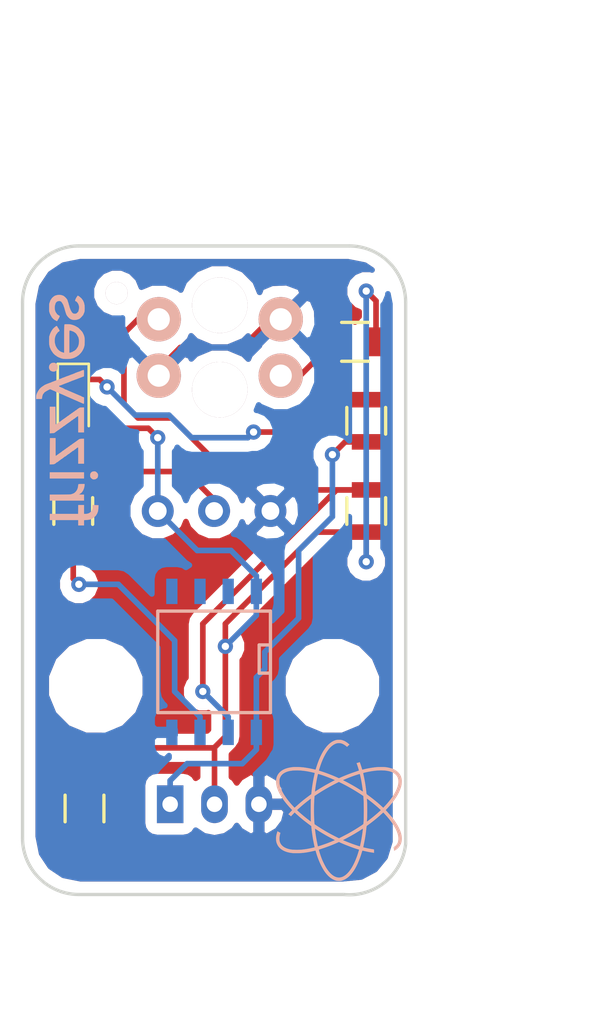
<source format=kicad_pcb>
(kicad_pcb (version 4) (host pcbnew 4.0.7)

  (general
    (links 19)
    (no_connects 0)
    (area 138.318457 71.468 174.982 117.094001)
    (thickness 1.6)
    (drawings 11)
    (tracks 92)
    (zones 0)
    (modules 14)
    (nets 9)
  )

  (page A4)
  (title_block
    (title "Line Follower Sensor")
    (rev 1.0)
    (company "Frizzy Electronics")
    (comment 1 "David Matias")
  )

  (layers
    (0 F.Cu signal)
    (31 B.Cu signal)
    (32 B.Adhes user)
    (33 F.Adhes user)
    (34 B.Paste user)
    (35 F.Paste user)
    (36 B.SilkS user)
    (37 F.SilkS user)
    (38 B.Mask user)
    (39 F.Mask user)
    (40 Dwgs.User user)
    (41 Cmts.User user)
    (42 Eco1.User user)
    (43 Eco2.User user)
    (44 Edge.Cuts user)
    (45 Margin user)
    (46 B.CrtYd user)
    (47 F.CrtYd user)
    (48 B.Fab user)
    (49 F.Fab user)
  )

  (setup
    (last_trace_width 0.254)
    (user_trace_width 0.1524)
    (user_trace_width 0.3048)
    (user_trace_width 0.6096)
    (user_trace_width 1.2192)
    (trace_clearance 0.1524)
    (zone_clearance 0.508)
    (zone_45_only yes)
    (trace_min 0.1524)
    (segment_width 0.2)
    (edge_width 0.15)
    (via_size 0.6858)
    (via_drill 0.3302)
    (via_min_size 0.6858)
    (via_min_drill 0.3302)
    (uvia_size 0.762)
    (uvia_drill 0.508)
    (uvias_allowed no)
    (uvia_min_size 0)
    (uvia_min_drill 0)
    (pcb_text_width 0.3)
    (pcb_text_size 1.5 1.5)
    (mod_edge_width 0.15)
    (mod_text_size 1 1)
    (mod_text_width 0.15)
    (pad_size 5 5)
    (pad_drill 3.2)
    (pad_to_mask_clearance 0.2)
    (aux_axis_origin 143.51 77.724)
    (visible_elements 7FFCFFFF)
    (pcbplotparams
      (layerselection 0x010f0_80000001)
      (usegerberextensions true)
      (usegerberattributes true)
      (excludeedgelayer true)
      (linewidth 0.100000)
      (plotframeref false)
      (viasonmask false)
      (mode 1)
      (useauxorigin true)
      (hpglpennumber 1)
      (hpglpenspeed 20)
      (hpglpendiameter 15)
      (hpglpenoverlay 2)
      (psnegative false)
      (psa4output false)
      (plotreference false)
      (plotvalue false)
      (plotinvisibletext false)
      (padsonsilk false)
      (subtractmaskfromsilk false)
      (outputformat 1)
      (mirror false)
      (drillshape 0)
      (scaleselection 1)
      (outputdirectory CAM/))
  )

  (net 0 "")
  (net 1 VCC)
  (net 2 GNDREF)
  (net 3 "Net-(U1-Pad3)")
  (net 4 A0)
  (net 5 "Net-(U1-Pad1)")
  (net 6 "Net-(U3-Pad1)")
  (net 7 "Net-(U6-Pad1)")
  (net 8 "Net-(U12-Pad1)")

  (net_class Default "This is the default net class."
    (clearance 0.1524)
    (trace_width 0.254)
    (via_dia 0.6858)
    (via_drill 0.3302)
    (uvia_dia 0.762)
    (uvia_drill 0.508)
    (add_net A0)
    (add_net GNDREF)
    (add_net "Net-(U1-Pad1)")
    (add_net "Net-(U1-Pad3)")
    (add_net "Net-(U12-Pad1)")
    (add_net "Net-(U3-Pad1)")
    (add_net "Net-(U6-Pad1)")
    (add_net VCC)
  )

  (net_class Oshpark ""
    (clearance 0.1524)
    (trace_width 0.1524)
    (via_dia 0.6858)
    (via_drill 0.3302)
    (uvia_dia 0.762)
    (uvia_drill 0.508)
  )

  (module lib_fp:Potentiometer_Trimmer_Bourns_3296W (layer F.Cu) (tedit 5B44ADC1) (tstamp 5B15B27D)
    (at 150.622 93.98 180)
    (descr "Spindle Trimmer Potentiometer, Bourns 3296W, https://www.bourns.com/pdfs/3296.pdf")
    (tags "Spindle Trimmer Potentiometer   Bourns 3296W")
    (path /5815DD66)
    (fp_text reference U7 (at -2.54 -3.66 180) (layer F.SilkS) hide
      (effects (font (size 1 1) (thickness 0.15)))
    )
    (fp_text value 10k (at -2.54 3.67 180) (layer F.Fab) hide
      (effects (font (size 1 1) (thickness 0.15)))
    )
    (fp_arc (start 0.955 1.15) (end 0.955 2.305) (angle -182) (layer Dwgs.User) (width 0.12))
    (fp_arc (start 0.955 1.15) (end -0.174 0.91) (angle -103) (layer Dwgs.User) (width 0.12))
    (fp_circle (center 0.955 1.15) (end 2.05 1.15) (layer Dwgs.User) (width 0.1))
    (fp_line (start -7.305 -2.41) (end -7.305 2.42) (layer Dwgs.User) (width 0.1))
    (fp_line (start -7.305 2.42) (end 2.225 2.42) (layer Dwgs.User) (width 0.1))
    (fp_line (start 2.225 2.42) (end 2.225 -2.41) (layer Dwgs.User) (width 0.1))
    (fp_line (start 2.225 -2.41) (end -7.305 -2.41) (layer Dwgs.User) (width 0.1))
    (fp_line (start 1.786 0.454) (end 0.259 1.981) (layer Dwgs.User) (width 0.1))
    (fp_line (start 1.652 0.32) (end 0.125 1.847) (layer Dwgs.User) (width 0.1))
    (fp_line (start -7.365 -2.47) (end 2.285 -2.47) (layer Dwgs.User) (width 0.12))
    (fp_line (start -7.365 2.481) (end 2.285 2.481) (layer Dwgs.User) (width 0.12))
    (fp_line (start -7.365 -2.47) (end -7.365 2.481) (layer Dwgs.User) (width 0.12))
    (fp_line (start 2.285 -2.47) (end 2.285 2.481) (layer Dwgs.User) (width 0.12))
    (fp_line (start 1.831 0.416) (end 0.22 2.026) (layer Dwgs.User) (width 0.12))
    (fp_line (start 1.691 0.275) (end 0.079 1.885) (layer Dwgs.User) (width 0.12))
    (fp_line (start -7.6 -2.7) (end -7.6 2.7) (layer Dwgs.User) (width 0.05))
    (fp_line (start -7.6 2.7) (end 2.5 2.7) (layer Dwgs.User) (width 0.05))
    (fp_line (start 2.5 2.7) (end 2.5 -2.7) (layer Dwgs.User) (width 0.05))
    (fp_line (start 2.5 -2.7) (end -7.6 -2.7) (layer Dwgs.User) (width 0.05))
    (pad 1 thru_hole circle (at 0 0 180) (size 1.44 1.44) (drill 0.8) (layers *.Cu *.Mask)
      (net 1 VCC))
    (pad 2 thru_hole circle (at -2.54 0 180) (size 1.44 1.44) (drill 0.8) (layers *.Cu *.Mask)
      (net 7 "Net-(U6-Pad1)"))
    (pad 3 thru_hole circle (at -5.08 0 180) (size 1.44 1.44) (drill 0.8) (layers *.Cu *.Mask)
      (net 2 GNDREF))
    (model Potentiometers.3dshapes/Potentiometer_Trimmer_Bourns_3296W.wrl
      (at (xyz 0 0 0))
      (scale (xyz 1 1 1))
      (rotate (xyz 0 0 -90))
    )
  )

  (module Mounting_Holes:MountingHole_3.2mm_M3 (layer F.Cu) (tedit 59074DF0) (tstamp 59075778)
    (at 158.496 101.854)
    (descr "Mounting Hole 3.2mm, no annular, M3")
    (tags "mounting hole 3.2mm no annular m3")
    (fp_text reference REF** (at 0 -4.2) (layer F.SilkS) hide
      (effects (font (size 1 1) (thickness 0.15)))
    )
    (fp_text value MountingHole_3.2mm_M3 (at 0 4.2) (layer F.Fab)
      (effects (font (size 1 1) (thickness 0.15)))
    )
    (fp_circle (center 0 0) (end 3.2 0) (layer Cmts.User) (width 0.15))
    (fp_circle (center 0 0) (end 3.45 0) (layer F.CrtYd) (width 0.05))
    (pad 1 np_thru_hole circle (at 0 0) (size 3.2 3.2) (drill 3.2) (layers *.Cu *.Mask))
  )

  (module Mounting_Holes:MountingHole_3.2mm_M3 (layer F.Cu) (tedit 59074DEA) (tstamp 59075794)
    (at 147.828 101.854)
    (descr "Mounting Hole 3.2mm, no annular, M3")
    (tags "mounting hole 3.2mm no annular m3")
    (fp_text reference REF** (at 0 -4.2) (layer F.SilkS) hide
      (effects (font (size 1 1) (thickness 0.15)))
    )
    (fp_text value MountingHole_3.2mm_M3 (at 0 4.2) (layer F.Fab)
      (effects (font (size 1 1) (thickness 0.15)))
    )
    (fp_circle (center 0 0) (end 3.2 0) (layer Cmts.User) (width 0.15))
    (fp_circle (center 0 0) (end 3.45 0) (layer F.CrtYd) (width 0.05))
    (pad 1 np_thru_hole circle (at 0 0) (size 3.2 3.2) (drill 3.2) (layers *.Cu *.Mask))
  )

  (module Grape:atom_small (layer B.Cu) (tedit 0) (tstamp 5A789896)
    (at 158.7881 107.4674 180)
    (fp_text reference G*** (at 0 0 180) (layer B.SilkS) hide
      (effects (font (thickness 0.3)) (justify mirror))
    )
    (fp_text value LOGO (at 0.75 0 180) (layer B.SilkS) hide
      (effects (font (thickness 0.3)) (justify mirror))
    )
    (fp_poly (pts (xy 0.036576 3.177312) (xy 0.066713 3.176523) (xy 0.090319 3.174814) (xy 0.110477 3.171845)
      (xy 0.130271 3.167275) (xy 0.152784 3.160764) (xy 0.155183 3.16003) (xy 0.23896 3.127774)
      (xy 0.320681 3.083152) (xy 0.400215 3.026348) (xy 0.477431 2.957548) (xy 0.552199 2.876939)
      (xy 0.624388 2.784706) (xy 0.693868 2.681034) (xy 0.760507 2.566111) (xy 0.824176 2.440121)
      (xy 0.884743 2.303251) (xy 0.942078 2.155687) (xy 0.99605 1.997614) (xy 1.015065 1.93675)
      (xy 1.025767 1.902637) (xy 1.035546 1.873281) (xy 1.043707 1.850625) (xy 1.049557 1.836612)
      (xy 1.052148 1.832935) (xy 1.059709 1.83461) (xy 1.077577 1.838673) (xy 1.103688 1.844653)
      (xy 1.135975 1.852077) (xy 1.169432 1.859792) (xy 1.353866 1.898369) (xy 1.53329 1.927857)
      (xy 1.608131 1.937617) (xy 1.658436 1.942623) (xy 1.716115 1.946649) (xy 1.77869 1.949663)
      (xy 1.843685 1.951632) (xy 1.908622 1.952524) (xy 1.971025 1.952307) (xy 2.028415 1.950948)
      (xy 2.078315 1.948415) (xy 2.118249 1.944675) (xy 2.1209 1.944328) (xy 2.233463 1.925502)
      (xy 2.335284 1.900613) (xy 2.426894 1.86944) (xy 2.508828 1.831759) (xy 2.58162 1.787351)
      (xy 2.645802 1.735991) (xy 2.664525 1.718136) (xy 2.719608 1.654861) (xy 2.763518 1.585955)
      (xy 2.796333 1.511678) (xy 2.818132 1.432289) (xy 2.828991 1.348048) (xy 2.82899 1.259214)
      (xy 2.818207 1.166047) (xy 2.79672 1.068807) (xy 2.764606 0.967753) (xy 2.721945 0.863144)
      (xy 2.668815 0.75524) (xy 2.605293 0.6443) (xy 2.531458 0.530585) (xy 2.447389 0.414353)
      (xy 2.353162 0.295864) (xy 2.248857 0.175378) (xy 2.175883 0.096317) (xy 2.151489 0.070257)
      (xy 2.13048 0.047323) (xy 2.114288 0.029117) (xy 2.104345 0.017244) (xy 2.10185 0.013426)
      (xy 2.106071 0.006752) (xy 2.116838 -0.005185) (xy 2.124769 -0.013041) (xy 2.137496 -0.025757)
      (xy 2.156482 -0.045434) (xy 2.179425 -0.069655) (xy 2.204021 -0.096) (xy 2.21097 -0.103516)
      (xy 2.274252 -0.172107) (xy 2.237263 -0.196316) (xy 2.214964 -0.21208) (xy 2.194203 -0.228708)
      (xy 2.181491 -0.240576) (xy 2.162708 -0.260627) (xy 2.079283 -0.173202) (xy 1.995857 -0.085778)
      (xy 1.923441 -0.152895) (xy 1.763494 -0.295337) (xy 1.591675 -0.437153) (xy 1.407582 -0.578676)
      (xy 1.396852 -0.586636) (xy 1.352471 -0.619478) (xy 1.31721 -0.645621) (xy 1.290025 -0.665979)
      (xy 1.269873 -0.681468) (xy 1.255711 -0.693003) (xy 1.246494 -0.701501) (xy 1.241179 -0.707875)
      (xy 1.238722 -0.713042) (xy 1.238081 -0.717917) (xy 1.238211 -0.723415) (xy 1.238246 -0.725758)
      (xy 1.237241 -0.748846) (xy 1.234384 -0.782764) (xy 1.229905 -0.825813) (xy 1.224029 -0.876293)
      (xy 1.216987 -0.932506) (xy 1.209005 -0.992753) (xy 1.200311 -1.055334) (xy 1.191134 -1.118551)
      (xy 1.181701 -1.180705) (xy 1.172241 -1.240097) (xy 1.16298 -1.295028) (xy 1.158404 -1.3208)
      (xy 1.151014 -1.36045) (xy 1.142468 -1.404434) (xy 1.133217 -1.450606) (xy 1.123713 -1.496823)
      (xy 1.114407 -1.540937) (xy 1.105751 -1.580805) (xy 1.098197 -1.61428) (xy 1.092196 -1.639218)
      (xy 1.0887 -1.651953) (xy 1.089144 -1.656724) (xy 1.094849 -1.661279) (xy 1.107546 -1.666275)
      (xy 1.128968 -1.672372) (xy 1.160848 -1.68023) (xy 1.166585 -1.681589) (xy 1.300608 -1.711402)
      (xy 1.425641 -1.73531) (xy 1.543803 -1.753569) (xy 1.657209 -1.766434) (xy 1.767976 -1.774161)
      (xy 1.878222 -1.777007) (xy 1.950678 -1.776358) (xy 2.024532 -1.773923) (xy 2.088512 -1.769886)
      (xy 2.145381 -1.763886) (xy 2.197905 -1.755565) (xy 2.248847 -1.744562) (xy 2.299153 -1.731049)
      (xy 2.382102 -1.701885) (xy 2.456035 -1.66547) (xy 2.520483 -1.622221) (xy 2.574975 -1.572552)
      (xy 2.619041 -1.516878) (xy 2.652212 -1.455614) (xy 2.670454 -1.40335) (xy 2.681498 -1.343631)
      (xy 2.684832 -1.276056) (xy 2.680541 -1.20279) (xy 2.668714 -1.125999) (xy 2.657179 -1.075804)
      (xy 2.650518 -1.049704) (xy 2.645283 -1.028315) (xy 2.642176 -1.014548) (xy 2.641623 -1.011158)
      (xy 2.646974 -1.006222) (xy 2.660547 -0.998958) (xy 2.669657 -0.994957) (xy 2.691086 -0.985023)
      (xy 2.716374 -0.971737) (xy 2.732361 -0.962548) (xy 2.767054 -0.941657) (xy 2.786743 -1.005816)
      (xy 2.802929 -1.061631) (xy 2.81453 -1.11001) (xy 2.822189 -1.155089) (xy 2.826551 -1.201006)
      (xy 2.828259 -1.251898) (xy 2.828347 -1.273175) (xy 2.827444 -1.324151) (xy 2.824496 -1.366432)
      (xy 2.818811 -1.403948) (xy 2.809698 -1.44063) (xy 2.796465 -1.48041) (xy 2.787858 -1.503281)
      (xy 2.753798 -1.573953) (xy 2.708638 -1.63926) (xy 2.652984 -1.698765) (xy 2.587442 -1.752033)
      (xy 2.512615 -1.798628) (xy 2.42911 -1.838114) (xy 2.337531 -1.870056) (xy 2.2479 -1.892156)
      (xy 2.204463 -1.900597) (xy 2.165605 -1.907238) (xy 2.128822 -1.912282) (xy 2.09161 -1.91593)
      (xy 2.051465 -1.918386) (xy 2.005882 -1.919851) (xy 1.952359 -1.920528) (xy 1.895475 -1.920631)
      (xy 1.793495 -1.919003) (xy 1.695754 -1.914188) (xy 1.599556 -1.905854) (xy 1.502206 -1.893669)
      (xy 1.40101 -1.877303) (xy 1.293272 -1.856424) (xy 1.190625 -1.833989) (xy 1.153428 -1.825509)
      (xy 1.119846 -1.817875) (xy 1.092107 -1.811592) (xy 1.072444 -1.807166) (xy 1.063362 -1.80516)
      (xy 1.056668 -1.805199) (xy 1.051197 -1.810038) (xy 1.045725 -1.821878) (xy 1.039029 -1.842921)
      (xy 1.035481 -1.8553) (xy 0.994328 -1.991293) (xy 0.948523 -2.124622) (xy 0.898718 -2.253856)
      (xy 0.845561 -2.377562) (xy 0.789702 -2.494308) (xy 0.731791 -2.602663) (xy 0.672476 -2.701194)
      (xy 0.612408 -2.788469) (xy 0.611894 -2.789161) (xy 0.538364 -2.8804) (xy 0.462429 -2.959466)
      (xy 0.38419 -3.026279) (xy 0.303748 -3.080763) (xy 0.221203 -3.122839) (xy 0.14605 -3.149789)
      (xy 0.111574 -3.157265) (xy 0.069119 -3.162689) (xy 0.022549 -3.165916) (xy -0.024275 -3.166802)
      (xy -0.067488 -3.165204) (xy -0.103226 -3.160978) (xy -0.111125 -3.15936) (xy -0.19562 -3.133932)
      (xy -0.277265 -3.097197) (xy -0.356324 -3.048943) (xy -0.433064 -2.988955) (xy -0.507748 -2.917021)
      (xy -0.580642 -2.832928) (xy -0.65201 -2.736461) (xy -0.671055 -2.708262) (xy -0.728752 -2.614852)
      (xy -0.785533 -2.51045) (xy -0.840654 -2.396764) (xy -0.893374 -2.275499) (xy -0.942948 -2.148363)
      (xy -0.988635 -2.017063) (xy -1.028932 -1.88595) (xy -1.037484 -1.857035) (xy -1.045185 -1.832571)
      (xy -1.051181 -1.815171) (xy -1.054581 -1.807488) (xy -1.062068 -1.807005) (xy -1.079615 -1.809264)
      (xy -1.104978 -1.813878) (xy -1.135908 -1.820459) (xy -1.153517 -1.824548) (xy -1.244562 -1.845193)
      (xy -1.336452 -1.864006) (xy -1.42442 -1.880045) (xy -1.47955 -1.888885) (xy -1.509086 -1.893333)
      (xy -1.535509 -1.897357) (xy -1.555291 -1.900415) (xy -1.563129 -1.901665) (xy -1.580032 -1.904458)
      (xy -1.579004 -1.831734) (xy -1.578054 -1.764557) (xy -0.9144 -1.764557) (xy -0.912496 -1.773842)
      (xy -0.907199 -1.793204) (xy -0.899129 -1.820671) (xy -0.88891 -1.854272) (xy -0.877162 -1.892034)
      (xy -0.864507 -1.931987) (xy -0.851568 -1.972158) (xy -0.838966 -2.010577) (xy -0.827322 -2.04527)
      (xy -0.817259 -2.074267) (xy -0.813107 -2.085763) (xy -0.758161 -2.226352) (xy -0.700743 -2.356344)
      (xy -0.641014 -2.475523) (xy -0.579134 -2.583672) (xy -0.515263 -2.680573) (xy -0.449563 -2.76601)
      (xy -0.382195 -2.839765) (xy -0.313319 -2.901623) (xy -0.243095 -2.951365) (xy -0.171685 -2.988775)
      (xy -0.132982 -3.003674) (xy -0.065264 -3.02059) (xy 0.002524 -3.025384) (xy 0.072155 -3.018123)
      (xy 0.098425 -3.012471) (xy 0.165666 -2.989909) (xy 0.233211 -2.954998) (xy 0.300671 -2.908073)
      (xy 0.367662 -2.849468) (xy 0.433797 -2.779516) (xy 0.498688 -2.69855) (xy 0.553855 -2.619375)
      (xy 0.580336 -2.576537) (xy 0.609978 -2.52446) (xy 0.641454 -2.465782) (xy 0.673435 -2.403144)
      (xy 0.704593 -2.339186) (xy 0.733599 -2.276546) (xy 0.759126 -2.217866) (xy 0.772714 -2.1844)
      (xy 0.788118 -2.144066) (xy 0.804377 -2.099596) (xy 0.821 -2.05252) (xy 0.837497 -2.00437)
      (xy 0.853376 -1.956676) (xy 0.868147 -1.910969) (xy 0.881319 -1.86878) (xy 0.892402 -1.83164)
      (xy 0.900904 -1.801079) (xy 0.906335 -1.77863) (xy 0.908204 -1.765822) (xy 0.907633 -1.7635)
      (xy 0.901154 -1.761094) (xy 0.88405 -1.755205) (xy 0.857762 -1.746317) (xy 0.82373 -1.734913)
      (xy 0.783394 -1.721477) (xy 0.738195 -1.706492) (xy 0.708025 -1.696525) (xy 0.582477 -1.653566)
      (xy 0.454172 -1.60677) (xy 0.327002 -1.55764) (xy 0.204861 -1.507676) (xy 0.099491 -1.461909)
      (xy -0.001042 -1.416813) (xy -0.094184 -1.458292) (xy -0.165134 -1.48922) (xy -0.241155 -1.521148)
      (xy -0.3206 -1.553462) (xy -0.40182 -1.585549) (xy -0.483165 -1.616793) (xy -0.562988 -1.646581)
      (xy -0.639641 -1.674299) (xy -0.711473 -1.699331) (xy -0.776838 -1.721065) (xy -0.834086 -1.738885)
      (xy -0.881568 -1.752178) (xy -0.885856 -1.75327) (xy -0.902727 -1.758316) (xy -0.912972 -1.76292)
      (xy -0.9144 -1.764557) (xy -1.578054 -1.764557) (xy -1.577975 -1.759009) (xy -1.558925 -1.755789)
      (xy -1.542822 -1.753208) (xy -1.5194 -1.749618) (xy -1.495425 -1.746045) (xy -1.443824 -1.737746)
      (xy -1.383976 -1.726919) (xy -1.319895 -1.714359) (xy -1.255592 -1.700854) (xy -1.195081 -1.687198)
      (xy -1.185207 -1.684857) (xy -1.090888 -1.662323) (xy -1.094414 -1.645549) (xy -1.096842 -1.634192)
      (xy -1.101475 -1.612696) (xy -1.107821 -1.583335) (xy -1.115389 -1.548379) (xy -1.123688 -1.510102)
      (xy -1.123726 -1.509924) (xy -1.145215 -1.405399) (xy -1.166157 -1.292978) (xy -1.185691 -1.177462)
      (xy -1.199782 -1.08567) (xy -1.20327 -1.060588) (xy -1.207582 -1.027692) (xy -1.212483 -0.988974)
      (xy -1.217735 -0.946428) (xy -1.223105 -0.902044) (xy -1.228354 -0.857818) (xy -1.233249 -0.81574)
      (xy -1.234309 -0.806388) (xy -1.090065 -0.806388) (xy -1.081655 -0.877856) (xy -1.064374 -1.012854)
      (xy -1.044305 -1.148773) (xy -1.022025 -1.282155) (xy -0.998107 -1.409543) (xy -0.974746 -1.52029)
      (xy -0.967222 -1.554025) (xy -0.960786 -1.583163) (xy -0.955906 -1.605561) (xy -0.95305 -1.61908)
      (xy -0.9525 -1.622082) (xy -0.94668 -1.621658) (xy -0.929936 -1.617409) (xy -0.903348 -1.609665)
      (xy -0.867995 -1.598755) (xy -0.824954 -1.58501) (xy -0.775305 -1.568759) (xy -0.743279 -1.558105)
      (xy -0.593157 -1.505556) (xy -0.440226 -1.447604) (xy -0.294616 -1.388226) (xy -0.179084 -1.339317)
      (xy 0.177423 -1.339317) (xy 0.178196 -1.339945) (xy 0.189097 -1.345136) (xy 0.209907 -1.354239)
      (xy 0.238733 -1.366479) (xy 0.273684 -1.381079) (xy 0.312865 -1.39726) (xy 0.354384 -1.414246)
      (xy 0.396348 -1.431261) (xy 0.436865 -1.447526) (xy 0.474042 -1.462265) (xy 0.505985 -1.4747)
      (xy 0.512418 -1.477162) (xy 0.546504 -1.489867) (xy 0.586417 -1.504267) (xy 0.630486 -1.519806)
      (xy 0.677038 -1.535924) (xy 0.724403 -1.552064) (xy 0.770907 -1.567667) (xy 0.814879 -1.582176)
      (xy 0.854647 -1.595032) (xy 0.888538 -1.605678) (xy 0.914881 -1.613554) (xy 0.932004 -1.618104)
      (xy 0.937371 -1.619012) (xy 0.94621 -1.616823) (xy 0.952155 -1.607903) (xy 0.957161 -1.589302)
      (xy 0.957207 -1.589087) (xy 0.977552 -1.491963) (xy 0.995224 -1.405049) (xy 1.010595 -1.326228)
      (xy 1.024038 -1.25338) (xy 1.035926 -1.184388) (xy 1.046631 -1.117132) (xy 1.056528 -1.049495)
      (xy 1.065989 -0.979359) (xy 1.069818 -0.949473) (xy 1.074706 -0.910416) (xy 1.078994 -0.875441)
      (xy 1.082437 -0.846588) (xy 1.084795 -0.825893) (xy 1.085824 -0.815395) (xy 1.08585 -0.814749)
      (xy 1.080879 -0.815273) (xy 1.067167 -0.821883) (xy 1.046516 -0.833585) (xy 1.020724 -0.849383)
      (xy 1.004887 -0.85953) (xy 0.877482 -0.940464) (xy 0.74391 -1.021731) (xy 0.607458 -1.101437)
      (xy 0.471413 -1.177691) (xy 0.339063 -1.248599) (xy 0.248025 -1.295221) (xy 0.214294 -1.312628)
      (xy 0.191683 -1.325524) (xy 0.179592 -1.334293) (xy 0.177423 -1.339317) (xy -0.179084 -1.339317)
      (xy -0.172673 -1.336603) (xy -0.300649 -1.269964) (xy -0.505057 -1.160413) (xy -0.701281 -1.048704)
      (xy -0.893826 -0.932197) (xy -1.07367 -0.817141) (xy -1.090065 -0.806388) (xy -1.234309 -0.806388)
      (xy -1.237551 -0.777804) (xy -1.241027 -0.746002) (xy -1.243438 -0.722327) (xy -1.244551 -0.708772)
      (xy -1.244598 -0.707224) (xy -1.249515 -0.701359) (xy -1.263152 -0.689519) (xy -1.283844 -0.673036)
      (xy -1.309926 -0.653244) (xy -1.335088 -0.634815) (xy -1.452482 -0.547962) (xy -1.570349 -0.456568)
      (xy -1.685404 -0.363277) (xy -1.794361 -0.270735) (xy -1.862626 -0.210186) (xy -1.891891 -0.183777)
      (xy -1.920208 -0.15833) (xy -1.945252 -0.135924) (xy -1.964701 -0.118641) (xy -1.973136 -0.11123)
      (xy -2.002196 -0.085936) (xy -2.058695 -0.146155) (xy -2.172914 -0.272286) (xy -2.276036 -0.395337)
      (xy -2.367955 -0.515138) (xy -2.448566 -0.63152) (xy -2.517763 -0.744314) (xy -2.57544 -0.853349)
      (xy -2.621492 -0.958457) (xy -2.655813 -1.059469) (xy -2.673811 -1.132536) (xy -2.683869 -1.199727)
      (xy -2.687231 -1.267409) (xy -2.684094 -1.333004) (xy -2.674658 -1.393935) (xy -2.659121 -1.447624)
      (xy -2.647473 -1.474273) (xy -2.610015 -1.534863) (xy -2.563194 -1.588624) (xy -2.509035 -1.633267)
      (xy -2.503777 -1.636821) (xy -2.486362 -1.649132) (xy -2.474211 -1.659151) (xy -2.47015 -1.664289)
      (xy -2.471646 -1.672788) (xy -2.475521 -1.689531) (xy -2.479675 -1.705999) (xy -2.485195 -1.733449)
      (xy -2.488633 -1.76259) (xy -2.4892 -1.776159) (xy -2.49003 -1.794868) (xy -2.492163 -1.807062)
      (xy -2.494064 -1.80975) (xy -2.503716 -1.806291) (xy -2.521103 -1.796991) (xy -2.543674 -1.783459)
      (xy -2.568882 -1.767307) (xy -2.594177 -1.750145) (xy -2.61701 -1.733586) (xy -2.627417 -1.725462)
      (xy -2.678492 -1.677294) (xy -2.725137 -1.619953) (xy -2.765044 -1.556788) (xy -2.795902 -1.491149)
      (xy -2.803537 -1.470025) (xy -2.819002 -1.410007) (xy -2.828617 -1.342194) (xy -2.832185 -1.270159)
      (xy -2.829511 -1.197479) (xy -2.821898 -1.136181) (xy -2.7981 -1.030326) (xy -2.762191 -0.920979)
      (xy -2.714164 -0.808127) (xy -2.654008 -0.691754) (xy -2.581717 -0.571847) (xy -2.497282 -0.448391)
      (xy -2.400693 -0.321373) (xy -2.291943 -0.190778) (xy -2.180762 -0.067046) (xy -2.104993 0.014516)
      (xy -1.897993 0.014516) (xy -1.817359 -0.058677) (xy -1.759376 -0.110866) (xy -1.705894 -0.157957)
      (xy -1.653313 -0.203033) (xy -1.598031 -0.249178) (xy -1.536447 -0.299475) (xy -1.53035 -0.304409)
      (xy -1.493624 -0.333854) (xy -1.455445 -0.364002) (xy -1.417183 -0.393816) (xy -1.380209 -0.422258)
      (xy -1.345893 -0.448293) (xy -1.315604 -0.470882) (xy -1.290712 -0.488989) (xy -1.272589 -0.501577)
      (xy -1.262603 -0.50761) (xy -1.261375 -0.507986) (xy -1.258436 -0.502836) (xy -1.259376 -0.493712)
      (xy -1.260463 -0.484) (xy -1.261907 -0.463256) (xy -1.263622 -0.433141) (xy -1.265521 -0.395317)
      (xy -1.267519 -0.351444) (xy -1.269531 -0.303183) (xy -1.270458 -0.2794) (xy -1.272686 -0.205481)
      (xy -1.27411 -0.123784) (xy -1.274752 -0.036893) (xy -1.27472 -0.011737) (xy -1.127284 -0.011737)
      (xy -1.127143 -0.096134) (xy -1.126526 -0.178637) (xy -1.125434 -0.257963) (xy -1.123867 -0.332828)
      (xy -1.121825 -0.401947) (xy -1.119307 -0.464038) (xy -1.116314 -0.517815) (xy -1.112846 -0.561996)
      (xy -1.108903 -0.595296) (xy -1.107149 -0.605509) (xy -1.104654 -0.612066) (xy -1.098859 -0.619692)
      (xy -1.088581 -0.629298) (xy -1.072636 -0.641798) (xy -1.049841 -0.658104) (xy -1.01901 -0.679129)
      (xy -0.978962 -0.705787) (xy -0.966136 -0.714252) (xy -0.839389 -0.795862) (xy -0.705419 -0.878526)
      (xy -0.569057 -0.95931) (xy -0.46355 -1.01946) (xy -0.437205 -1.033968) (xy -0.404118 -1.051814)
      (xy -0.365725 -1.072256) (xy -0.323461 -1.094555) (xy -0.278759 -1.117969) (xy -0.233055 -1.141757)
      (xy -0.187783 -1.165178) (xy -0.144378 -1.187492) (xy -0.104274 -1.207956) (xy -0.068907 -1.225831)
      (xy -0.039709 -1.240374) (xy -0.018118 -1.250846) (xy -0.005565 -1.256505) (xy -0.003081 -1.2573)
      (xy 0.00328 -1.254552) (xy 0.019549 -1.246778) (xy 0.044301 -1.234679) (xy 0.076108 -1.21896)
      (xy 0.113544 -1.200322) (xy 0.155184 -1.179468) (xy 0.170113 -1.171964) (xy 0.337116 -1.085816)
      (xy 0.49543 -0.999601) (xy 0.648886 -0.911109) (xy 0.801313 -0.818131) (xy 0.956539 -0.718457)
      (xy 0.959633 -0.716423) (xy 1.103291 -0.621944) (xy 1.107238 -0.572909) (xy 1.112965 -0.494213)
      (xy 1.113401 -0.48655) (xy 1.258326 -0.48655) (xy 1.258408 -0.501916) (xy 1.25993 -0.507995)
      (xy 1.259994 -0.508) (xy 1.266258 -0.504371) (xy 1.280772 -0.494369) (xy 1.301683 -0.479316)
      (xy 1.32714 -0.460535) (xy 1.341696 -0.449632) (xy 1.41871 -0.390632) (xy 1.497922 -0.328054)
      (xy 1.577121 -0.263735) (xy 1.654097 -0.199516) (xy 1.726639 -0.137233) (xy 1.792538 -0.078726)
      (xy 1.837687 -0.037099) (xy 1.8942 0.016077) (xy 1.802762 0.09883) (xy 1.719665 0.173106)
      (xy 1.641589 0.240799) (xy 1.56507 0.304778) (xy 1.486645 0.36791) (xy 1.40285 0.433063)
      (xy 1.356379 0.46841) (xy 1.326517 0.490734) (xy 1.300232 0.50992) (xy 1.279142 0.524825)
      (xy 1.264862 0.534307) (xy 1.25901 0.537224) (xy 1.25899 0.537208) (xy 1.258537 0.530378)
      (xy 1.258699 0.512601) (xy 1.259421 0.485611) (xy 1.26065 0.451144) (xy 1.262333 0.410936)
      (xy 1.263982 0.375566) (xy 1.26535 0.339293) (xy 1.266451 0.293411) (xy 1.267291 0.239495)
      (xy 1.26788 0.179117) (xy 1.268225 0.113851) (xy 1.268333 0.04527) (xy 1.268214 -0.025052)
      (xy 1.267875 -0.095541) (xy 1.267324 -0.164624) (xy 1.266569 -0.230729) (xy 1.265618 -0.29228)
      (xy 1.264479 -0.347706) (xy 1.26316 -0.395432) (xy 1.26167 -0.433885) (xy 1.260015 -0.461491)
      (xy 1.259705 -0.465137) (xy 1.258326 -0.48655) (xy 1.113401 -0.48655) (xy 1.117547 -0.4138)
      (xy 1.121051 -0.329621) (xy 1.123541 -0.239628) (xy 1.125084 -0.141772) (xy 1.125745 -0.034005)
      (xy 1.12578 0.00635) (xy 1.125591 0.091279) (xy 1.125026 0.166353) (xy 1.123996 0.234412)
      (xy 1.122409 0.298298) (xy 1.120176 0.360853) (xy 1.117206 0.424917) (xy 1.113409 0.493332)
      (xy 1.108696 0.56894) (xy 1.107201 0.591761) (xy 1.103136 0.653297) (xy 0.978605 0.735181)
      (xy 0.786774 0.857867) (xy 0.596458 0.972423) (xy 0.403426 1.081288) (xy 0.203448 1.186898)
      (xy 0.12907 1.224525) (xy 0.000966 1.288627) (xy -0.07413 1.252974) (xy -0.184184 1.198943)
      (xy -0.301718 1.137936) (xy -0.424538 1.071206) (xy -0.550449 1.000007) (xy -0.677258 0.925592)
      (xy -0.802771 0.849212) (xy -0.924792 0.772121) (xy -0.985045 0.732887) (xy -1.103314 0.655039)
      (xy -1.107167 0.621207) (xy -1.111304 0.577542) (xy -1.114965 0.524216) (xy -1.118151 0.462513)
      (xy -1.120862 0.393716) (xy -1.123097 0.319109) (xy -1.124857 0.239977) (xy -1.126141 0.157602)
      (xy -1.126951 0.07327) (xy -1.127284 -0.011737) (xy -1.27472 -0.011737) (xy -1.274636 0.052609)
      (xy -1.273787 0.142139) (xy -1.272227 0.229113) (xy -1.269981 0.310947) (xy -1.267072 0.38506)
      (xy -1.263827 0.444259) (xy -1.261894 0.477007) (xy -1.260602 0.504984) (xy -1.26003 0.525874)
      (xy -1.260256 0.537361) (xy -1.260598 0.538815) (xy -1.266828 0.536431) (xy -1.281768 0.526824)
      (xy -1.304319 0.510842) (xy -1.333385 0.48933) (xy -1.367867 0.463136) (xy -1.406669 0.433106)
      (xy -1.448692 0.400086) (xy -1.492838 0.364923) (xy -1.538011 0.328465) (xy -1.583113 0.291557)
      (xy -1.609725 0.269513) (xy -1.658362 0.228839) (xy -1.699891 0.193617) (xy -1.737131 0.16138)
      (xy -1.772902 0.129656) (xy -1.810021 0.095977) (xy -1.851307 0.057873) (xy -1.852284 0.056965)
      (xy -1.897993 0.014516) (xy -2.104993 0.014516) (xy -2.103705 0.015902) (xy -2.166943 0.082564)
      (xy -2.285279 0.212237) (xy -2.392574 0.340078) (xy -2.488678 0.465848) (xy -2.573441 0.589306)
      (xy -2.646713 0.710214) (xy -2.708344 0.82833) (xy -2.758183 0.943415) (xy -2.79608 1.055229)
      (xy -2.81084 1.11125) (xy -2.820005 1.159473) (xy -2.826657 1.214102) (xy -2.830595 1.271199)
      (xy -2.831535 1.322332) (xy -2.686865 1.322332) (xy -2.685947 1.26598) (xy -2.68112 1.209773)
      (xy -2.673781 1.164161) (xy -2.649248 1.069481) (xy -2.613454 0.970232) (xy -2.566737 0.867016)
      (xy -2.509437 0.760432) (xy -2.441893 0.651081) (xy -2.364444 0.539562) (xy -2.277429 0.426477)
      (xy -2.213192 0.34925) (xy -2.183091 0.314541) (xy -2.15176 0.279147) (xy -2.120406 0.24436)
      (xy -2.090235 0.21147) (xy -2.062456 0.181769) (xy -2.038273 0.156547) (xy -2.018894 0.137095)
      (xy -2.005526 0.124705) (xy -1.999517 0.12065) (xy -1.992739 0.12477) (xy -1.978914 0.135954)
      (xy -1.960128 0.152441) (xy -1.940772 0.17029) (xy -1.85971 0.244525) (xy -1.769872 0.322978)
      (xy -1.673599 0.403734) (xy -1.573236 0.484876) (xy -1.471126 0.564487) (xy -1.369611 0.640651)
      (xy -1.333965 0.666638) (xy -1.300998 0.690722) (xy -1.277039 0.70897) (xy -1.260623 0.722727)
      (xy -1.250284 0.73334) (xy -1.244558 0.742154) (xy -1.241977 0.750516) (xy -1.241859 0.751233)
      (xy -1.240066 0.764679) (xy -1.237296 0.787917) (xy -1.233874 0.818106) (xy -1.230391 0.849988)
      (xy -1.08585 0.849988) (xy -1.083348 0.847305) (xy -1.075116 0.849535) (xy -1.060069 0.857254)
      (xy -1.037123 0.871034) (xy -1.005191 0.891452) (xy -0.995363 0.897866) (xy -0.960994 0.920051)
      (xy -0.919171 0.946553) (xy -0.873362 0.975205) (xy -0.827032 1.003839) (xy -0.783648 1.030289)
      (xy -0.781078 1.031842) (xy -0.694749 1.083139) (xy -0.604536 1.135236) (xy -0.513493 1.186431)
      (xy -0.424671 1.235025) (xy -0.341124 1.279316) (xy -0.287361 1.306876) (xy -0.253467 1.324155)
      (xy -0.223836 1.339634) (xy -0.200203 1.352374) (xy -0.184305 1.36144) (xy -0.177878 1.365891)
      (xy -0.177824 1.366043) (xy -0.17896 1.366817) (xy 0.170404 1.366817) (xy 0.289989 1.304783)
      (xy 0.430591 1.230188) (xy 0.570858 1.152563) (xy 0.707998 1.073523) (xy 0.839218 0.994687)
      (xy 0.961726 0.91767) (xy 0.987306 0.901082) (xy 1.017865 0.88126) (xy 1.044494 0.864201)
      (xy 1.065486 0.850983) (xy 1.079132 0.842683) (xy 1.083727 0.840312) (xy 1.083363 0.846701)
      (xy 1.081592 0.863758) (xy 1.078634 0.889551) (xy 1.074714 0.922153) (xy 1.070052 0.959635)
      (xy 1.069333 0.965314) (xy 1.051556 1.096284) (xy 1.032125 1.220689) (xy 1.010058 1.344646)
      (xy 0.999544 1.399179) (xy 0.990443 1.444518) (xy 0.981121 1.489394) (xy 0.971978 1.532036)
      (xy 0.963409 1.570676) (xy 0.955815 1.603542) (xy 0.949593 1.628865) (xy 0.945142 1.644876)
      (xy 0.943161 1.649756) (xy 0.936317 1.648967) (xy 0.919329 1.644707) (xy 0.894089 1.63756)
      (xy 0.862488 1.62811) (xy 0.826417 1.616943) (xy 0.787768 1.604642) (xy 0.748432 1.591791)
      (xy 0.7103 1.578976) (xy 0.67945 1.568265) (xy 0.595883 1.538137) (xy 0.51103 1.506473)
      (xy 0.427464 1.474285) (xy 0.347761 1.442583) (xy 0.274495 1.412379) (xy 0.210242 1.384684)
      (xy 0.197914 1.379182) (xy 0.170404 1.366817) (xy -0.17896 1.366817) (xy -0.183483 1.369896)
      (xy -0.199476 1.377717) (xy -0.224295 1.388883) (xy -0.256433 1.40277) (xy -0.294383 1.418754)
      (xy -0.336638 1.43621) (xy -0.381691 1.454515) (xy -0.428034 1.473045) (xy -0.474161 1.491176)
      (xy -0.518565 1.508283) (xy -0.549696 1.520017) (xy -0.600959 1.538815) (xy -0.653352 1.557472)
      (xy -0.705471 1.575536) (xy -0.755909 1.592557) (xy -0.803263 1.608084) (xy -0.846127 1.621666)
      (xy -0.883096 1.632851) (xy -0.912765 1.641189) (xy -0.933729 1.646229) (xy -0.944583 1.64752)
      (xy -0.945658 1.647108) (xy -0.948412 1.639472) (xy -0.953275 1.621308) (xy -0.959816 1.594532)
      (xy -0.967607 1.561059) (xy -0.976219 1.522805) (xy -0.985222 1.481686) (xy -0.994187 1.439618)
      (xy -1.002684 1.398516) (xy -1.010284 1.360297) (xy -1.012383 1.349375) (xy -1.019469 1.310585)
      (xy -1.027254 1.265288) (xy -1.035475 1.21527) (xy -1.043869 1.162316) (xy -1.052173 1.108212)
      (xy -1.060124 1.054743) (xy -1.067461 1.003695) (xy -1.07392 0.956851) (xy -1.079239 0.915998)
      (xy -1.083155 0.882922) (xy -1.085405 0.859406) (xy -1.08585 0.849988) (xy -1.230391 0.849988)
      (xy -1.230126 0.852405) (xy -1.228594 0.866775) (xy -1.211574 1.009622) (xy -1.19032 1.158148)
      (xy -1.165626 1.307466) (xy -1.138288 1.452691) (xy -1.116577 1.55575) (xy -1.108362 1.593125)
      (xy -1.10113 1.626556) (xy -1.095328 1.65394) (xy -1.091402 1.673173) (xy -1.089797 1.68215)
      (xy -1.089792 1.682198) (xy -1.093476 1.687282) (xy -1.105751 1.693332) (xy -1.127264 1.700522)
      (xy -1.158659 1.709023) (xy -1.20058 1.71901) (xy -1.253672 1.730655) (xy -1.318581 1.74413)
      (xy -1.32715 1.74587) (xy -1.480914 1.773701) (xy -1.628203 1.793661) (xy -1.768489 1.805741)
      (xy -1.901245 1.809932) (xy -2.025943 1.806226) (xy -2.142054 1.794615) (xy -2.249051 1.77509)
      (xy -2.301875 1.761532) (xy -2.383942 1.733044) (xy -2.45736 1.697076) (xy -2.521598 1.654111)
      (xy -2.576125 1.604635) (xy -2.62041 1.549133) (xy -2.653923 1.488089) (xy -2.676133 1.421988)
      (xy -2.676783 1.419225) (xy -2.683826 1.374767) (xy -2.686865 1.322332) (xy -2.831535 1.322332)
      (xy -2.831618 1.326825) (xy -2.829527 1.377042) (xy -2.825926 1.40798) (xy -2.813249 1.4647)
      (xy -2.793867 1.523978) (xy -2.769865 1.579957) (xy -2.754266 1.609263) (xy -2.721226 1.657058)
      (xy -2.678337 1.705369) (xy -2.628137 1.751927) (xy -2.573167 1.794465) (xy -2.515969 1.830713)
      (xy -2.492041 1.843441) (xy -2.444589 1.864267) (xy -2.387279 1.884616) (xy -2.322948 1.903705)
      (xy -2.254434 1.920752) (xy -2.184573 1.934974) (xy -2.12725 1.944119) (xy -2.097856 1.947019)
      (xy -2.058205 1.949272) (xy -2.010725 1.950876) (xy -1.957841 1.951832) (xy -1.90198 1.952141)
      (xy -1.84557 1.951803) (xy -1.791037 1.950817) (xy -1.740807 1.949185) (xy -1.697308 1.946906)
      (xy -1.6637 1.944063) (xy -1.599525 1.936217) (xy -1.527784 1.926166) (xy -1.453122 1.91464)
      (xy -1.38018 1.902366) (xy -1.313601 1.890073) (xy -1.292266 1.88582) (xy -1.251838 1.877382)
      (xy -1.210159 1.868357) (xy -1.169452 1.859259) (xy -1.131939 1.850602) (xy -1.099844 1.8429)
      (xy -1.07539 1.836669) (xy -1.0608 1.832423) (xy -1.059555 1.831971) (xy -1.053749 1.832689)
      (xy -1.047995 1.840797) (xy -1.041315 1.85814) (xy -1.035283 1.877722) (xy -1.026702 1.906259)
      (xy -1.016115 1.940275) (xy -1.004193 1.977733) (xy -0.991613 2.016591) (xy -0.979046 2.05481)
      (xy -0.967168 2.090352) (xy -0.956652 2.121176) (xy -0.948172 2.145243) (xy -0.942401 2.160514)
      (xy -0.940465 2.164694) (xy -0.935476 2.168671) (xy -0.926377 2.168453) (xy -0.910466 2.163592)
      (xy -0.893014 2.156863) (xy -0.867641 2.147594) (xy -0.842929 2.140016) (xy -0.826113 2.136137)
      (xy -0.800924 2.132109) (xy -0.828206 2.055067) (xy -0.839134 2.023366) (xy -0.850924 1.987741)
      (xy -0.862979 1.950165) (xy -0.874698 1.912617) (xy -0.885483 1.87707) (xy -0.894736 1.8455)
      (xy -0.901859 1.819884) (xy -0.906252 1.802197) (xy -0.907317 1.794414) (xy -0.907228 1.794265)
      (xy -0.900858 1.791803) (xy -0.883857 1.785822) (xy -0.857649 1.776809) (xy -0.823655 1.765247)
      (xy -0.783298 1.751622) (xy -0.738001 1.736417) (xy -0.70485 1.725338) (xy -0.539994 1.667955)
      (xy -0.375564 1.606098) (xy -0.216042 1.541499) (xy -0.103871 1.492986) (xy -0.001366 1.447325)
      (xy 0.092979 1.489596) (xy 0.207007 1.53913) (xy 0.32794 1.588809) (xy 0.452113 1.637234)
      (xy 0.575864 1.683008) (xy 0.58714 1.68694) (xy 1.08585 1.68694) (xy 1.087189 1.678769)
      (xy 1.090909 1.660336) (xy 1.096558 1.633761) (xy 1.103688 1.601164) (xy 1.110945 1.568671)
      (xy 1.136408 1.448365) (xy 1.160708 1.319314) (xy 1.183205 1.185464) (xy 1.203261 1.050759)
      (xy 1.220237 0.919144) (xy 1.229256 0.837718) (xy 1.240082 0.732461) (xy 1.345528 0.655251)
      (xy 1.477651 0.556517) (xy 1.60076 0.46025) (xy 1.717629 0.364199) (xy 1.831035 0.266109)
      (xy 1.889125 0.213944) (xy 1.926318 0.180463) (xy 1.955252 0.155219) (xy 1.976743 0.137568)
      (xy 1.991607 0.126862) (xy 2.000662 0.122457) (xy 2.004229 0.122992) (xy 2.010886 0.129937)
      (xy 2.024544 0.14437) (xy 2.043522 0.164508) (xy 2.066139 0.18857) (xy 2.079434 0.202739)
      (xy 2.177058 0.310735) (xy 2.267918 0.419138) (xy 2.351122 0.526739) (xy 2.425775 0.632325)
      (xy 2.490985 0.734684) (xy 2.545858 0.832606) (xy 2.550554 0.841739) (xy 2.584271 0.910398)
      (xy 2.611665 0.972252) (xy 2.634061 1.030637) (xy 2.652782 1.088886) (xy 2.662275 1.12315)
      (xy 2.669824 1.152948) (xy 2.675137 1.177749) (xy 2.67861 1.201073) (xy 2.680635 1.226443)
      (xy 2.681608 1.257377) (xy 2.681923 1.297398) (xy 2.681926 1.298575) (xy 2.681861 1.337943)
      (xy 2.681234 1.36754) (xy 2.679723 1.390297) (xy 2.677007 1.40914) (xy 2.672763 1.426998)
      (xy 2.666671 1.4468) (xy 2.665128 1.451473) (xy 2.636561 1.517969) (xy 2.597528 1.578087)
      (xy 2.549035 1.630457) (xy 2.511748 1.660531) (xy 2.445414 1.701927) (xy 2.371929 1.736341)
      (xy 2.290666 1.763909) (xy 2.200992 1.784768) (xy 2.102277 1.799056) (xy 1.993893 1.80691)
      (xy 1.875207 1.808467) (xy 1.835537 1.807673) (xy 1.721457 1.802234) (xy 1.607495 1.791953)
      (xy 1.490973 1.776468) (xy 1.369213 1.755414) (xy 1.239537 1.728426) (xy 1.2192 1.723835)
      (xy 1.184155 1.715862) (xy 1.152288 1.708635) (xy 1.126198 1.702743) (xy 1.108484 1.698773)
      (xy 1.103312 1.697634) (xy 1.090662 1.69274) (xy 1.08585 1.68694) (xy 0.58714 1.68694)
      (xy 0.69553 1.724734) (xy 0.790529 1.755732) (xy 0.826367 1.767056) (xy 0.857761 1.777076)
      (xy 0.88281 1.785176) (xy 0.899613 1.790741) (xy 0.906266 1.793156) (xy 0.906293 1.793177)
      (xy 0.905283 1.799801) (xy 0.900824 1.816644) (xy 0.893485 1.84188) (xy 0.883834 1.873681)
      (xy 0.872441 1.910219) (xy 0.859874 1.949667) (xy 0.846702 1.990197) (xy 0.833495 2.029981)
      (xy 0.822647 2.061898) (xy 0.785917 2.163244) (xy 0.74704 2.259326) (xy 0.703854 2.355237)
      (xy 0.659474 2.445692) (xy 0.59647 2.561816) (xy 0.531665 2.665373) (xy 0.465058 2.756363)
      (xy 0.396652 2.834784) (xy 0.326447 2.900636) (xy 0.254443 2.953917) (xy 0.207919 2.981155)
      (xy 0.165015 3.00242) (xy 0.12773 3.017439) (xy 0.091609 3.027702) (xy 0.052199 3.0347)
      (xy 0.04495 3.03566) (xy -0.020916 3.038368) (xy -0.086695 3.029542) (xy -0.152958 3.008977)
      (xy -0.220276 2.976471) (xy -0.28922 2.931821) (xy -0.325761 2.903851) (xy -0.368947 2.869131)
      (xy -0.395611 2.896963) (xy -0.415523 2.916617) (xy -0.436972 2.936121) (xy -0.447675 2.9451)
      (xy -0.473075 2.965406) (xy -0.43815 2.99732) (xy -0.411306 3.019923) (xy -0.378013 3.045082)
      (xy -0.341536 3.070588) (xy -0.305137 3.094235) (xy -0.272078 3.113817) (xy -0.247395 3.126354)
      (xy -0.224416 3.135803) (xy -0.194955 3.146945) (xy -0.164645 3.157663) (xy -0.158716 3.159657)
      (xy -0.137286 3.166501) (xy -0.118875 3.171345) (xy -0.100519 3.174528) (xy -0.079249 3.176391)
      (xy -0.052102 3.177275) (xy -0.016109 3.177521) (xy -0.003175 3.177522) (xy 0.036576 3.177312)) (layer B.SilkS) (width 0.01))
    (fp_poly (pts (xy -1.955302 -1.485604) (xy -1.95231 -1.486307) (xy -1.893009 -1.506945) (xy -1.838965 -1.538274)
      (xy -1.791581 -1.578885) (xy -1.752257 -1.627367) (xy -1.722394 -1.682312) (xy -1.705011 -1.735072)
      (xy -1.69591 -1.799418) (xy -1.699252 -1.861653) (xy -1.714872 -1.921216) (xy -1.742609 -1.977548)
      (xy -1.782299 -2.030089) (xy -1.794604 -2.043108) (xy -1.838702 -2.081916) (xy -1.885014 -2.110121)
      (xy -1.937219 -2.129735) (xy -1.965882 -2.13678) (xy -2.006538 -2.143647) (xy -2.041909 -2.145034)
      (xy -2.078167 -2.14094) (xy -2.098675 -2.136812) (xy -2.161424 -2.116648) (xy -2.217576 -2.085977)
      (xy -2.266234 -2.045642) (xy -2.306498 -1.996487) (xy -2.337471 -1.939354) (xy -2.351975 -1.899084)
      (xy -2.361127 -1.849719) (xy -2.361916 -1.79528) (xy -2.354781 -1.73985) (xy -2.340164 -1.687508)
      (xy -2.325588 -1.65465) (xy -2.308871 -1.62913) (xy -2.285046 -1.600278) (xy -2.257154 -1.571145)
      (xy -2.228235 -1.544786) (xy -2.201331 -1.524253) (xy -2.187575 -1.516078) (xy -2.132077 -1.494126)
      (xy -2.072455 -1.481425) (xy -2.012325 -1.478432) (xy -1.955302 -1.485604)) (layer B.Mask) (width 0.01))
    (fp_poly (pts (xy 0.017346 0.884208) (xy 0.040656 0.880954) (xy 0.065321 0.873358) (xy 0.071421 0.87066)
      (xy 0.082558 0.862966) (xy 0.101645 0.846814) (xy 0.128802 0.822091) (xy 0.164148 0.788682)
      (xy 0.207803 0.746473) (xy 0.259887 0.695351) (xy 0.32052 0.6352) (xy 0.361921 0.593861)
      (xy 0.625418 0.330199) (xy 0.349465 0.054191) (xy 0.292521 -0.002721) (xy 0.243831 -0.05126)
      (xy 0.202701 -0.092069) (xy 0.168442 -0.125791) (xy 0.14036 -0.153069) (xy 0.117764 -0.174546)
      (xy 0.099964 -0.190864) (xy 0.086266 -0.202666) (xy 0.07598 -0.210596) (xy 0.068414 -0.215297)
      (xy 0.062876 -0.21741) (xy 0.058674 -0.21758) (xy 0.057393 -0.217299) (xy 0.023015 -0.212786)
      (xy -0.01514 -0.215934) (xy -0.051251 -0.226088) (xy -0.061271 -0.230632) (xy -0.097297 -0.255493)
      (xy -0.124724 -0.287957) (xy -0.142821 -0.325827) (xy -0.150861 -0.366902) (xy -0.148112 -0.408986)
      (xy -0.133967 -0.449642) (xy -0.11551 -0.476399) (xy -0.089753 -0.501712) (xy -0.06086 -0.522056)
      (xy -0.035097 -0.533352) (xy 0.009457 -0.539977) (xy 0.051816 -0.535374) (xy 0.090366 -0.520719)
      (xy 0.123491 -0.497188) (xy 0.149576 -0.465955) (xy 0.167006 -0.428196) (xy 0.174166 -0.385087)
      (xy 0.174251 -0.381) (xy 0.17374 -0.357397) (xy 0.172035 -0.337458) (xy 0.169913 -0.326946)
      (xy 0.170069 -0.32313) (xy 0.173064 -0.317007) (xy 0.179505 -0.30793) (xy 0.190001 -0.295254)
      (xy 0.205159 -0.27833) (xy 0.225586 -0.256513) (xy 0.251889 -0.229157) (xy 0.284677 -0.195614)
      (xy 0.324557 -0.155238) (xy 0.372137 -0.107383) (xy 0.428023 -0.051401) (xy 0.441337 -0.038087)
      (xy 0.717473 0.237994) (xy 0.790975 0.165035) (xy 0.826254 0.129299) (xy 0.853018 0.10018)
      (xy 0.872358 0.075993) (xy 0.885369 0.055052) (xy 0.893143 0.035671) (xy 0.896772 0.016163)
      (xy 0.897433 0.000812) (xy 0.894847 -0.028401) (xy 0.888006 -0.053282) (xy 0.88624 -0.05715)
      (xy 0.879912 -0.065324) (xy 0.865335 -0.081601) (xy 0.843312 -0.105175) (xy 0.814645 -0.135242)
      (xy 0.780137 -0.170994) (xy 0.740592 -0.211628) (xy 0.696813 -0.256338) (xy 0.649601 -0.304318)
      (xy 0.599761 -0.354764) (xy 0.548095 -0.40687) (xy 0.495406 -0.45983) (xy 0.442496 -0.51284)
      (xy 0.39017 -0.565093) (xy 0.339229 -0.615786) (xy 0.290477 -0.664111) (xy 0.244716 -0.709265)
      (xy 0.20275 -0.750442) (xy 0.165382 -0.786836) (xy 0.133413 -0.817642) (xy 0.107648 -0.842055)
      (xy 0.088889 -0.859269) (xy 0.077939 -0.86848) (xy 0.0762 -0.869614) (xy 0.044412 -0.881198)
      (xy 0.010361 -0.885703) (xy -0.016776 -0.883079) (xy -0.035994 -0.876197) (xy -0.056217 -0.86595)
      (xy -0.058051 -0.864828) (xy -0.066383 -0.857952) (xy -0.082786 -0.842909) (xy -0.106387 -0.820546)
      (xy -0.136314 -0.791714) (xy -0.171695 -0.757261) (xy -0.211655 -0.718037) (xy -0.255323 -0.674889)
      (xy -0.301827 -0.628667) (xy -0.339706 -0.590825) (xy -0.600037 -0.33018) (xy -0.047625 0.221566)
      (xy -0.017594 0.214518) (xy 0.023052 0.211228) (xy 0.063327 0.219533) (xy 0.101116 0.238451)
      (xy 0.134303 0.266997) (xy 0.155438 0.294997) (xy 0.165627 0.313027) (xy 0.171407 0.329029)
      (xy 0.173962 0.347927) (xy 0.174477 0.374153) (xy 0.171258 0.414718) (xy 0.160864 0.447649)
      (xy 0.141775 0.476682) (xy 0.125968 0.493354) (xy 0.090243 0.519535) (xy 0.050917 0.534662)
      (xy 0.009982 0.539083) (xy -0.030572 0.533145) (xy -0.068752 0.517198) (xy -0.102569 0.49159)
      (xy -0.130031 0.456669) (xy -0.135072 0.447675) (xy -0.143646 0.422784) (xy -0.148426 0.391213)
      (xy -0.148957 0.358537) (xy -0.144784 0.330331) (xy -0.144679 0.329957) (xy -0.144311 0.326063)
      (xy -0.145656 0.321083) (xy -0.149355 0.314324) (xy -0.156053 0.305094) (xy -0.166392 0.292701)
      (xy -0.181016 0.276454) (xy -0.200567 0.255661) (xy -0.225689 0.22963) (xy -0.257024 0.197669)
      (xy -0.295215 0.159086) (xy -0.340906 0.11319) (xy -0.394739 0.059288) (xy -0.416106 0.03792)
      (xy -0.692079 -0.237998) (xy -0.768477 -0.161861) (xy -0.79702 -0.132545) (xy -0.822099 -0.105119)
      (xy -0.842011 -0.081545) (xy -0.855054 -0.063791) (xy -0.858146 -0.058394) (xy -0.869524 -0.021154)
      (xy -0.869924 0.018317) (xy -0.859345 0.055863) (xy -0.858153 0.058395) (xy -0.852067 0.067243)
      (xy -0.839175 0.082554) (xy -0.819222 0.104591) (xy -0.791957 0.133615) (xy -0.757124 0.169888)
      (xy -0.714471 0.213672) (xy -0.663744 0.265228) (xy -0.604689 0.324818) (xy -0.537053 0.392704)
      (xy -0.460582 0.469149) (xy -0.452608 0.477106) (xy -0.382787 0.54677) (xy -0.32135 0.60802)
      (xy -0.267674 0.661397) (xy -0.221136 0.70744) (xy -0.181113 0.746688) (xy -0.146982 0.779683)
      (xy -0.118119 0.806962) (xy -0.093902 0.829067) (xy -0.073708 0.846537) (xy -0.056913 0.859911)
      (xy -0.042895 0.86973) (xy -0.031029 0.876533) (xy -0.020694 0.88086) (xy -0.011267 0.88325)
      (xy -0.002123 0.884244) (xy 0.00736 0.884381) (xy 0.017346 0.884208)) (layer B.Mask) (width 0.01))
    (fp_poly (pts (xy 2.535662 -0.270754) (xy 2.593116 -0.284276) (xy 2.647392 -0.309284) (xy 2.697111 -0.345541)
      (xy 2.715801 -0.363541) (xy 2.754754 -0.411427) (xy 2.78171 -0.462085) (xy 2.79732 -0.517133)
      (xy 2.802233 -0.578187) (xy 2.802232 -0.578456) (xy 2.795881 -0.637261) (xy 2.778113 -0.693593)
      (xy 2.75014 -0.745695) (xy 2.713173 -0.79181) (xy 2.668423 -0.830181) (xy 2.617102 -0.85905)
      (xy 2.605558 -0.863758) (xy 2.570212 -0.873438) (xy 2.527838 -0.879264) (xy 2.483376 -0.880998)
      (xy 2.441766 -0.878404) (xy 2.413664 -0.872998) (xy 2.3558 -0.850378) (xy 2.304407 -0.817278)
      (xy 2.260592 -0.774728) (xy 2.22546 -0.723761) (xy 2.204561 -0.678185) (xy 2.189786 -0.620804)
      (xy 2.186849 -0.562772) (xy 2.195094 -0.505702) (xy 2.213861 -0.451209) (xy 2.242495 -0.400907)
      (xy 2.280337 -0.356409) (xy 2.32673 -0.319331) (xy 2.358015 -0.301505) (xy 2.416733 -0.27913)
      (xy 2.476408 -0.26896) (xy 2.535662 -0.270754)) (layer B.Mask) (width 0.01))
    (fp_poly (pts (xy 0.038085 -0.316538) (xy 0.06034 -0.330768) (xy 0.075623 -0.350936) (xy 0.079268 -0.361463)
      (xy 0.07889 -0.385883) (xy 0.069346 -0.410263) (xy 0.053001 -0.429517) (xy 0.045265 -0.434553)
      (xy 0.019018 -0.443487) (xy -0.005437 -0.440857) (xy -0.022983 -0.432374) (xy -0.042641 -0.414221)
      (xy -0.052414 -0.391879) (xy -0.053094 -0.368036) (xy -0.045473 -0.34538) (xy -0.030342 -0.326602)
      (xy -0.008492 -0.314388) (xy 0.0127 -0.31115) (xy 0.038085 -0.316538)) (layer B.Mask) (width 0.01))
    (fp_poly (pts (xy 0.02833 0.441521) (xy 0.041846 0.435982) (xy 0.062208 0.420102) (xy 0.075872 0.397317)
      (xy 0.080577 0.372066) (xy 0.079426 0.362185) (xy 0.068358 0.339042) (xy 0.048499 0.320977)
      (xy 0.023448 0.31027) (xy -0.003199 0.309207) (xy -0.003888 0.30933) (xy -0.016781 0.315384)
      (xy -0.031962 0.3273) (xy -0.035494 0.330794) (xy -0.050388 0.354263) (xy -0.054324 0.379653)
      (xy -0.048088 0.404059) (xy -0.032469 0.424576) (xy -0.008254 0.438297) (xy -0.006156 0.438959)
      (xy 0.013057 0.443225) (xy 0.02833 0.441521)) (layer B.Mask) (width 0.01))
    (fp_poly (pts (xy -0.692601 2.887765) (xy -0.635899 2.876738) (xy -0.582613 2.855539) (xy -0.534172 2.825002)
      (xy -0.492003 2.78596) (xy -0.457534 2.739245) (xy -0.432193 2.685692) (xy -0.421612 2.64906)
      (xy -0.414472 2.589445) (xy -0.418974 2.53073) (xy -0.434257 2.474481) (xy -0.45946 2.422269)
      (xy -0.493722 2.375659) (xy -0.536183 2.336219) (xy -0.585981 2.305518) (xy -0.617366 2.292513)
      (xy -0.659891 2.281778) (xy -0.707195 2.276376) (xy -0.754001 2.276595) (xy -0.795027 2.282726)
      (xy -0.795194 2.282768) (xy -0.846395 2.300387) (xy -0.892011 2.326588) (xy -0.935315 2.363296)
      (xy -0.939877 2.367855) (xy -0.977526 2.411765) (xy -1.004026 2.456955) (xy -1.020447 2.506061)
      (xy -1.027862 2.561723) (xy -1.028545 2.586238) (xy -1.023775 2.643693) (xy -1.008577 2.695978)
      (xy -0.982196 2.744939) (xy -0.944052 2.792233) (xy -0.902695 2.829989) (xy -0.858141 2.857495)
      (xy -0.810544 2.875975) (xy -0.751292 2.887789) (xy -0.692601 2.887765)) (layer B.Mask) (width 0.01))
  )

  (module logos_frizzy:web (layer B.Cu) (tedit 0) (tstamp 5A78E192)
    (at 146.685 89.408 90)
    (fp_text reference G*** (at 0 0 90) (layer B.SilkS) hide
      (effects (font (thickness 0.3)) (justify mirror))
    )
    (fp_text value LOGO (at 0.75 0 90) (layer B.SilkS) hide
      (effects (font (thickness 0.3)) (justify mirror))
    )
    (fp_poly (pts (xy 0.55579 0.574676) (xy 0.565572 0.544995) (xy 0.570637 0.52705) (xy 0.580742 0.507716)
      (xy 0.59055 0.4953) (xy 0.604729 0.476892) (xy 0.607802 0.4699) (xy 0.612977 0.451553)
      (xy 0.627349 0.414528) (xy 0.649236 0.363099) (xy 0.655347 0.34925) (xy 0.669437 0.316922)
      (xy 0.678234 0.295599) (xy 0.67945 0.2921) (xy 0.68511 0.2776) (xy 0.697525 0.248623)
      (xy 0.703552 0.23495) (xy 0.730492 0.173828) (xy 0.747942 0.133192) (xy 0.755347 0.114336)
      (xy 0.755357 0.1143) (xy 0.761198 0.099794) (xy 0.773722 0.070807) (xy 0.779752 0.05715)
      (xy 0.807557 -0.005952) (xy 0.824779 -0.046205) (xy 0.831425 -0.0635) (xy 0.837257 -0.077802)
      (xy 0.85022 -0.10717) (xy 0.859192 -0.127) (xy 0.883199 -0.18164) (xy 0.896056 -0.216137)
      (xy 0.898588 -0.232744) (xy 0.898177 -0.233749) (xy 0.903602 -0.245515) (xy 0.919543 -0.265366)
      (xy 0.933608 -0.284247) (xy 0.93345 -0.2921) (xy 0.932637 -0.299778) (xy 0.943276 -0.314325)
      (xy 0.959541 -0.335356) (xy 0.964642 -0.345941) (xy 0.972826 -0.374674) (xy 0.992623 -0.423426)
      (xy 1.007707 -0.4572) (xy 1.022952 -0.491947) (xy 1.032661 -0.516597) (xy 1.03441 -0.522816)
      (xy 1.040465 -0.538987) (xy 1.052277 -0.53547) (xy 1.066516 -0.516298) (xy 1.07985 -0.485501)
      (xy 1.086823 -0.459383) (xy 1.094868 -0.433138) (xy 1.099649 -0.421283) (xy 1.108748 -0.400031)
      (xy 1.111217 -0.3937) (xy 1.117629 -0.376897) (xy 1.129416 -0.34715) (xy 1.142356 -0.315029)
      (xy 1.151804 -0.2921) (xy 1.160142 -0.271743) (xy 1.16205 -0.2667) (xy 1.168486 -0.250974)
      (xy 1.17365 -0.239116) (xy 1.183312 -0.211401) (xy 1.18561 -0.201016) (xy 1.194399 -0.175646)
      (xy 1.200139 -0.1651) (xy 1.212582 -0.135803) (xy 1.21591 -0.121646) (xy 1.224476 -0.093929)
      (xy 1.230497 -0.083546) (xy 1.240955 -0.063358) (xy 1.253735 -0.02991) (xy 1.2573 -0.01905)
      (xy 1.269653 0.015878) (xy 1.280805 0.040614) (xy 1.283275 0.04445) (xy 1.292861 0.060713)
      (xy 1.2935 0.0635) (xy 1.294655 0.070254) (xy 1.298819 0.083685) (xy 1.307649 0.10853)
      (xy 1.322805 0.149529) (xy 1.335736 0.18415) (xy 1.350692 0.22444) (xy 1.361582 0.254363)
      (xy 1.365812 0.2667) (xy 1.371317 0.282128) (xy 1.382749 0.311565) (xy 1.396375 0.345526)
      (xy 1.405804 0.3683) (xy 1.413754 0.388632) (xy 1.415349 0.3937) (xy 1.420369 0.407704)
      (xy 1.432375 0.439263) (xy 1.449047 0.482299) (xy 1.454127 0.4953) (xy 1.471204 0.540853)
      (xy 1.483416 0.577168) (xy 1.48869 0.597948) (xy 1.488655 0.600075) (xy 1.499388 0.603818)
      (xy 1.53063 0.60687) (xy 1.577494 0.608905) (xy 1.631949 0.6096) (xy 1.690945 0.608632)
      (xy 1.738041 0.605978) (xy 1.768562 0.602021) (xy 1.778 0.597727) (xy 1.773827 0.57752)
      (xy 1.766821 0.556452) (xy 1.757697 0.530117) (xy 1.754378 0.517392) (xy 1.748151 0.500401)
      (xy 1.734733 0.472203) (xy 1.73355 0.4699) (xy 1.719783 0.441303) (xy 1.712833 0.42306)
      (xy 1.712721 0.422409) (xy 1.70779 0.404201) (xy 1.699901 0.381) (xy 1.687332 0.346036)
      (xy 1.681055 0.326923) (xy 1.678499 0.31571) (xy 1.678274 0.314192) (xy 1.67198 0.297207)
      (xy 1.658522 0.268981) (xy 1.657281 0.266567) (xy 1.646412 0.241271) (xy 1.645418 0.228858)
      (xy 1.646292 0.2286) (xy 1.645417 0.220742) (xy 1.63195 0.2032) (xy 1.618038 0.184873)
      (xy 1.617607 0.1778) (xy 1.618343 0.168085) (xy 1.608847 0.144256) (xy 1.606618 0.139834)
      (xy 1.593664 0.113323) (xy 1.588112 0.099017) (xy 1.588135 0.098559) (xy 1.584928 0.085598)
      (xy 1.575591 0.058054) (xy 1.563321 0.024967) (xy 1.553295 0) (xy 1.545456 -0.020323)
      (xy 1.543952 -0.0254) (xy 1.537064 -0.040906) (xy 1.535021 -0.04445) (xy 1.527169 -0.062837)
      (xy 1.514911 -0.096979) (xy 1.50495 -0.127) (xy 1.491433 -0.167272) (xy 1.480055 -0.198012)
      (xy 1.474878 -0.20955) (xy 1.466576 -0.226493) (xy 1.46598 -0.2286) (xy 1.460853 -0.243671)
      (xy 1.450164 -0.271466) (xy 1.449534 -0.27305) (xy 1.435085 -0.310055) (xy 1.42823 -0.330505)
      (xy 1.4268 -0.341295) (xy 1.427191 -0.344123) (xy 1.421644 -0.359249) (xy 1.414555 -0.369523)
      (xy 1.402972 -0.391045) (xy 1.388164 -0.427606) (xy 1.37795 -0.4572) (xy 1.36415 -0.497504)
      (xy 1.352046 -0.528251) (xy 1.346174 -0.53975) (xy 1.336652 -0.559222) (xy 1.324397 -0.59219)
      (xy 1.320787 -0.60325) (xy 1.309 -0.638127) (xy 1.299236 -0.662863) (xy 1.297264 -0.66675)
      (xy 1.287983 -0.689507) (xy 1.287398 -0.69215) (xy 1.281209 -0.711169) (xy 1.268749 -0.742745)
      (xy 1.26467 -0.752414) (xy 1.251965 -0.783768) (xy 1.245116 -0.803942) (xy 1.244712 -0.806522)
      (xy 1.23972 -0.82116) (xy 1.227021 -0.848032) (xy 1.22555 -0.8509) (xy 1.211783 -0.879497)
      (xy 1.204833 -0.89774) (xy 1.204721 -0.898391) (xy 1.199302 -0.917926) (xy 1.187948 -0.950628)
      (xy 1.174286 -0.986137) (xy 1.172454 -0.9906) (xy 1.163398 -1.015259) (xy 1.161297 -1.02235)
      (xy 1.154431 -1.041079) (xy 1.141117 -1.07287) (xy 1.135412 -1.08585) (xy 1.121365 -1.118163)
      (xy 1.11273 -1.139488) (xy 1.111599 -1.143) (xy 1.104396 -1.156251) (xy 1.087197 -1.183419)
      (xy 1.072728 -1.205224) (xy 1.048699 -1.241028) (xy 1.029129 -1.270483) (xy 1.02235 -1.280858)
      (xy 0.999961 -1.310723) (xy 0.970195 -1.344267) (xy 0.938795 -1.375755) (xy 0.911503 -1.399457)
      (xy 0.89406 -1.40964) (xy 0.893283 -1.4097) (xy 0.877739 -1.416161) (xy 0.8763 -1.420499)
      (xy 0.865853 -1.430728) (xy 0.838972 -1.447907) (xy 0.802349 -1.468476) (xy 0.762672 -1.488876)
      (xy 0.726633 -1.505547) (xy 0.700922 -1.51493) (xy 0.697476 -1.51564) (xy 0.672079 -1.523128)
      (xy 0.66675 -1.525785) (xy 0.648418 -1.529826) (xy 0.612376 -1.53337) (xy 0.566313 -1.535669)
      (xy 0.56482 -1.535712) (xy 0.47559 -1.538219) (xy 0.476068 -1.417719) (xy 0.476887 -1.365043)
      (xy 0.478695 -1.322678) (xy 0.48118 -1.296519) (xy 0.482748 -1.291151) (xy 0.497813 -1.28635)
      (xy 0.530068 -1.280394) (xy 0.5588 -1.276349) (xy 0.600596 -1.269216) (xy 0.632966 -1.260271)
      (xy 0.644525 -1.254553) (xy 0.658072 -1.247949) (xy 0.6604 -1.25095) (xy 0.668288 -1.251861)
      (xy 0.680804 -1.243475) (xy 0.709482 -1.223577) (xy 0.727887 -1.213241) (xy 0.751096 -1.194993)
      (xy 0.778717 -1.164364) (xy 0.790028 -1.149245) (xy 0.816229 -1.109062) (xy 0.844012 -1.062062)
      (xy 0.870647 -1.013496) (xy 0.893404 -0.96862) (xy 0.909552 -0.932686) (xy 0.916363 -0.910949)
      (xy 0.915761 -0.907295) (xy 0.907447 -0.891228) (xy 0.907438 -0.891116) (xy 0.902099 -0.876087)
      (xy 0.888725 -0.84501) (xy 0.871065 -0.80645) (xy 0.852374 -0.765233) (xy 0.838619 -0.732292)
      (xy 0.83302 -0.715656) (xy 0.823416 -0.693622) (xy 0.816498 -0.683906) (xy 0.803367 -0.664168)
      (xy 0.800832 -0.657358) (xy 0.791978 -0.627236) (xy 0.771285 -0.57669) (xy 0.757592 -0.5461)
      (xy 0.742354 -0.511848) (xy 0.732549 -0.488209) (xy 0.730694 -0.4826) (xy 0.723984 -0.467735)
      (xy 0.717712 -0.4572) (xy 0.706032 -0.433858) (xy 0.703607 -0.42545) (xy 0.697526 -0.407181)
      (xy 0.684269 -0.375028) (xy 0.675638 -0.3556) (xy 0.637483 -0.27133) (xy 0.604925 -0.198542)
      (xy 0.579201 -0.140051) (xy 0.561546 -0.09867) (xy 0.553198 -0.077215) (xy 0.552902 -0.0762)
      (xy 0.54704 -0.062295) (xy 0.533329 -0.032077) (xy 0.515465 0.00635) (xy 0.496843 0.047204)
      (xy 0.483171 0.079406) (xy 0.477619 0.09525) (xy 0.469447 0.116344) (xy 0.463387 0.127)
      (xy 0.452446 0.146544) (xy 0.450272 0.1524) (xy 0.444969 0.16689) (xy 0.432767 0.195845)
      (xy 0.426747 0.20955) (xy 0.401039 0.267837) (xy 0.384757 0.305768) (xy 0.376741 0.326076)
      (xy 0.375519 0.3302) (xy 0.368429 0.34509) (xy 0.362112 0.3556) (xy 0.350362 0.378951)
      (xy 0.34788 0.38735) (xy 0.341725 0.404696) (xy 0.327681 0.437599) (xy 0.310034 0.47625)
      (xy 0.291719 0.516281) (xy 0.278612 0.546846) (xy 0.273661 0.560917) (xy 0.265353 0.576936)
      (xy 0.263525 0.578909) (xy 0.255206 0.591501) (xy 0.261443 0.600262) (xy 0.284898 0.605796)
      (xy 0.328232 0.608706) (xy 0.394108 0.609598) (xy 0.398807 0.609601) (xy 0.543615 0.609601)
      (xy 0.55579 0.574676)) (layer B.SilkS) (width 0.01))
    (fp_poly (pts (xy 0.7366 -1.20015) (xy 0.73025 -1.2065) (xy 0.7239 -1.20015) (xy 0.73025 -1.1938)
      (xy 0.7366 -1.20015)) (layer B.SilkS) (width 0.01))
    (fp_poly (pts (xy 1.959299 -0.579094) (xy 1.988961 -0.58506) (xy 2.013637 -0.59995) (xy 2.043528 -0.627856)
      (xy 2.046656 -0.630979) (xy 2.077495 -0.664368) (xy 2.093897 -0.692286) (xy 2.1009 -0.725569)
      (xy 2.10263 -0.75139) (xy 2.099463 -0.813545) (xy 2.080843 -0.863377) (xy 2.042853 -0.910505)
      (xy 2.034472 -0.918668) (xy 1.989879 -0.946223) (xy 1.933265 -0.961146) (xy 1.874985 -0.962004)
      (xy 1.825806 -0.947585) (xy 1.78973 -0.926648) (xy 1.761008 -0.907459) (xy 1.744716 -0.893699)
      (xy 1.744979 -0.889) (xy 1.746934 -0.881167) (xy 1.738872 -0.868711) (xy 1.719712 -0.830727)
      (xy 1.710637 -0.781418) (xy 1.711907 -0.730574) (xy 1.723781 -0.687986) (xy 1.733667 -0.672969)
      (xy 1.746663 -0.654781) (xy 1.74527 -0.6477) (xy 1.747942 -0.641415) (xy 1.76713 -0.625347)
      (xy 1.784576 -0.612775) (xy 1.819672 -0.591994) (xy 1.854603 -0.581429) (xy 1.900697 -0.578044)
      (xy 1.91445 -0.577962) (xy 1.959299 -0.579094)) (layer B.SilkS) (width 0.01))
    (fp_poly (pts (xy 3.151951 0.641162) (xy 3.232714 0.63428) (xy 3.304718 0.618616) (xy 3.376045 0.592238)
      (xy 3.454774 0.553214) (xy 3.4798 0.539448) (xy 3.501067 0.523919) (xy 3.532935 0.49644)
      (xy 3.570883 0.461425) (xy 3.61039 0.423286) (xy 3.646936 0.386437) (xy 3.676001 0.35529)
      (xy 3.693066 0.334258) (xy 3.6957 0.328668) (xy 3.702274 0.312833) (xy 3.718797 0.284938)
      (xy 3.726894 0.272661) (xy 3.751385 0.229548) (xy 3.777177 0.173319) (xy 3.799689 0.114989)
      (xy 3.814341 0.065573) (xy 3.815663 0.059161) (xy 3.820582 0.037524) (xy 3.823016 0.03175)
      (xy 3.827439 0.020062) (xy 3.831138 -0.010969) (xy 3.833974 -0.055294) (xy 3.835807 -0.106862)
      (xy 3.836496 -0.159622) (xy 3.835901 -0.207525) (xy 3.833884 -0.244522) (xy 3.830302 -0.26456)
      (xy 3.829887 -0.265344) (xy 3.818653 -0.268857) (xy 3.788967 -0.271824) (xy 3.73982 -0.274268)
      (xy 3.670204 -0.276209) (xy 3.57911 -0.277671) (xy 3.465528 -0.278675) (xy 3.328451 -0.279243)
      (xy 3.186769 -0.2794) (xy 2.552337 -0.2794) (xy 2.559517 -0.320155) (xy 2.568628 -0.353873)
      (xy 2.580304 -0.377305) (xy 2.58847 -0.391217) (xy 2.586758 -0.3937) (xy 2.584844 -0.402683)
      (xy 2.595598 -0.42621) (xy 2.615625 -0.459148) (xy 2.64153 -0.496364) (xy 2.669919 -0.532724)
      (xy 2.697398 -0.563096) (xy 2.701215 -0.566802) (xy 2.731682 -0.590674) (xy 2.774966 -0.618658)
      (xy 2.822894 -0.646097) (xy 2.867293 -0.668336) (xy 2.899988 -0.680718) (xy 2.90195 -0.681163)
      (xy 2.924378 -0.685484) (xy 2.94005 -0.688344) (xy 2.967678 -0.696033) (xy 2.978628 -0.701125)
      (xy 2.997092 -0.704826) (xy 3.033635 -0.707199) (xy 3.080972 -0.708267) (xy 3.131819 -0.708055)
      (xy 3.17889 -0.706588) (xy 3.214901 -0.703891) (xy 3.23215 -0.700261) (xy 3.254945 -0.692062)
      (xy 3.268851 -0.689151) (xy 3.30902 -0.677219) (xy 3.357249 -0.65537) (xy 3.401713 -0.629496)
      (xy 3.425293 -0.611175) (xy 3.447373 -0.592134) (xy 3.461116 -0.5842) (xy 3.461126 -0.5842)
      (xy 3.475362 -0.576275) (xy 3.487964 -0.56515) (xy 3.500191 -0.550166) (xy 3.499841 -0.5461)
      (xy 3.502061 -0.53792) (xy 3.51711 -0.518009) (xy 3.518991 -0.515825) (xy 3.539288 -0.495915)
      (xy 3.557479 -0.493433) (xy 3.582154 -0.50393) (xy 3.609841 -0.519933) (xy 3.625671 -0.533122)
      (xy 3.625844 -0.53339) (xy 3.640183 -0.544519) (xy 3.670422 -0.562117) (xy 3.702018 -0.578391)
      (xy 3.740463 -0.598615) (xy 3.758961 -0.61562) (xy 3.758217 -0.635317) (xy 3.738935 -0.663614)
      (xy 3.715451 -0.69095) (xy 3.694529 -0.717283) (xy 3.683503 -0.73612) (xy 3.683 -0.738575)
      (xy 3.672554 -0.747812) (xy 3.661833 -0.7493) (xy 3.647651 -0.752924) (xy 3.648528 -0.757161)
      (xy 3.647429 -0.770507) (xy 3.63332 -0.787659) (xy 3.614853 -0.799158) (xy 3.609262 -0.8001)
      (xy 3.591808 -0.808817) (xy 3.581867 -0.818586) (xy 3.562401 -0.833717) (xy 3.527014 -0.854741)
      (xy 3.482845 -0.878097) (xy 3.43703 -0.900226) (xy 3.396705 -0.917567) (xy 3.36901 -0.926561)
      (xy 3.364329 -0.9271) (xy 3.341263 -0.93213) (xy 3.335499 -0.935934) (xy 3.32521 -0.942876)
      (xy 3.307637 -0.948019) (xy 3.278754 -0.9518) (xy 3.234539 -0.954653) (xy 3.170965 -0.957016)
      (xy 3.13055 -0.958153) (xy 3.064495 -0.958874) (xy 3.001889 -0.957754) (xy 2.95041 -0.955032)
      (xy 2.921 -0.951613) (xy 2.862395 -0.94044) (xy 2.82213 -0.931504) (xy 2.79349 -0.922861)
      (xy 2.769762 -0.912568) (xy 2.750683 -0.902336) (xy 2.721928 -0.88825) (xy 2.703789 -0.883196)
      (xy 2.701776 -0.883857) (xy 2.69032 -0.880389) (xy 2.679954 -0.870256) (xy 2.659341 -0.854001)
      (xy 2.648363 -0.8509) (xy 2.628883 -0.842247) (xy 2.60985 -0.8255) (xy 2.587543 -0.80646)
      (xy 2.571928 -0.8001) (xy 2.556513 -0.791462) (xy 2.529434 -0.768632) (xy 2.496092 -0.736232)
      (xy 2.490328 -0.73025) (xy 2.460031 -0.697289) (xy 2.439647 -0.672708) (xy 2.432727 -0.660864)
      (xy 2.433407 -0.6604) (xy 2.43173 -0.652448) (xy 2.416013 -0.632441) (xy 2.40665 -0.6223)
      (xy 2.386648 -0.599099) (xy 2.379315 -0.585597) (xy 2.380842 -0.5842) (xy 2.382249 -0.576371)
      (xy 2.372448 -0.561975) (xy 2.352253 -0.531929) (xy 2.341154 -0.503139) (xy 2.340562 -0.4953)
      (xy 2.335618 -0.480562) (xy 2.325358 -0.45955) (xy 2.311421 -0.428548) (xy 2.305222 -0.40875)
      (xy 2.299641 -0.383046) (xy 2.291233 -0.345725) (xy 2.288814 -0.335172) (xy 2.28358 -0.297139)
      (xy 2.280552 -0.242844) (xy 2.279599 -0.178792) (xy 2.280589 -0.111492) (xy 2.283243 -0.0508)
      (xy 2.551174 -0.0508) (xy 3.060793 -0.0508) (xy 3.187813 -0.050772) (xy 3.29171 -0.050613)
      (xy 3.374761 -0.050208) (xy 3.439244 -0.049443) (xy 3.487437 -0.048201) (xy 3.521615 -0.046368)
      (xy 3.544058 -0.043831) (xy 3.557041 -0.040473) (xy 3.562841 -0.036179) (xy 3.563738 -0.030836)
      (xy 3.562384 -0.025508) (xy 3.553851 0.006858) (xy 3.548076 0.034422) (xy 3.538602 0.066347)
      (xy 3.528292 0.085331) (xy 3.52021 0.099169) (xy 3.521941 0.1016) (xy 3.52228 0.110728)
      (xy 3.51099 0.134267) (xy 3.491872 0.166455) (xy 3.468728 0.201529) (xy 3.445358 0.233725)
      (xy 3.425565 0.25728) (xy 3.413221 0.266429) (xy 3.397953 0.274189) (xy 3.374044 0.292571)
      (xy 3.37308 0.293405) (xy 3.350277 0.310526) (xy 3.336612 0.31584) (xy 3.336217 0.31563)
      (xy 3.323226 0.319428) (xy 3.306508 0.331577) (xy 3.283947 0.346393) (xy 3.254067 0.360676)
      (xy 3.224994 0.371296) (xy 3.204853 0.375126) (xy 3.2004 0.372435) (xy 3.192658 0.372711)
      (xy 3.184029 0.378776) (xy 3.164708 0.384176) (xy 3.127348 0.38732) (xy 3.079208 0.388251)
      (xy 3.027545 0.387013) (xy 2.979617 0.383649) (xy 2.942682 0.378202) (xy 2.938925 0.377308)
      (xy 2.867385 0.356951) (xy 2.818336 0.337797) (xy 2.788978 0.318712) (xy 2.785886 0.315552)
      (xy 2.765758 0.297551) (xy 2.754028 0.2921) (xy 2.733933 0.282488) (xy 2.705707 0.257904)
      (xy 2.674839 0.224724) (xy 2.646823 0.189328) (xy 2.627148 0.158093) (xy 2.621219 0.137859)
      (xy 2.614574 0.123496) (xy 2.598356 0.102934) (xy 2.583818 0.084007) (xy 2.582928 0.0762)
      (xy 2.584535 0.066876) (xy 2.577162 0.04905) (xy 2.564005 0.015302) (xy 2.556903 -0.01445)
      (xy 2.551174 -0.0508) (xy 2.283243 -0.0508) (xy 2.28339 -0.047449) (xy 2.287871 0.006829)
      (xy 2.293899 0.044836) (xy 2.296695 0.053975) (xy 2.304735 0.078497) (xy 2.304487 0.088898)
      (xy 2.304409 0.0889) (xy 2.305219 0.09867) (xy 2.315529 0.122626) (xy 2.31775 0.127)
      (xy 2.328654 0.152351) (xy 2.329696 0.16483) (xy 2.328807 0.1651) (xy 2.329682 0.172959)
      (xy 2.34315 0.1905) (xy 2.356529 0.208778) (xy 2.35585 0.2159) (xy 2.3552 0.223624)
      (xy 2.366609 0.239156) (xy 2.380285 0.258994) (xy 2.381199 0.268867) (xy 2.384592 0.280913)
      (xy 2.400222 0.29838) (xy 2.419199 0.319451) (xy 2.4257 0.333085) (xy 2.43478 0.35076)
      (xy 2.458854 0.379729) (xy 2.493167 0.41531) (xy 2.532967 0.45282) (xy 2.573502 0.487576)
      (xy 2.610017 0.514895) (xy 2.610672 0.515332) (xy 2.671902 0.552407) (xy 2.73461 0.584134)
      (xy 2.790733 0.606696) (xy 2.820798 0.614815) (xy 2.843904 0.619754) (xy 2.85115 0.622328)
      (xy 2.86356 0.628197) (xy 2.899646 0.633321) (xy 2.95769 0.637539) (xy 3.035974 0.640694)
      (xy 3.05435 0.641194) (xy 3.151951 0.641162)) (layer B.SilkS) (width 0.01))
    (fp_poly (pts (xy 4.686737 0.636119) (xy 4.805922 0.610342) (xy 4.911003 0.563688) (xy 5.002476 0.495933)
      (xy 5.080837 0.40685) (xy 5.08635 0.399088) (xy 5.113935 0.355008) (xy 5.123349 0.327718)
      (xy 5.114481 0.317563) (xy 5.112895 0.3175) (xy 5.09102 0.308558) (xy 5.079963 0.298407)
      (xy 5.060745 0.283282) (xy 5.026084 0.262502) (xy 4.986605 0.242111) (xy 4.933761 0.220646)
      (xy 4.898778 0.215978) (xy 4.88042 0.228159) (xy 4.8768 0.246714) (xy 4.86645 0.268626)
      (xy 4.839713 0.296709) (xy 4.803053 0.326051) (xy 4.762936 0.35174) (xy 4.725828 0.368862)
      (xy 4.711156 0.37257) (xy 4.68566 0.37985) (xy 4.67995 0.382596) (xy 4.652264 0.38971)
      (xy 4.608594 0.392212) (xy 4.557879 0.390394) (xy 4.509055 0.384546) (xy 4.473575 0.375885)
      (xy 4.441519 0.365834) (xy 4.42218 0.362329) (xy 4.4196 0.363469) (xy 4.411359 0.359208)
      (xy 4.389969 0.3413) (xy 4.365977 0.319189) (xy 4.335393 0.288203) (xy 4.319381 0.263246)
      (xy 4.313265 0.233774) (xy 4.312355 0.198232) (xy 4.314845 0.152064) (xy 4.32437 0.120805)
      (xy 4.343752 0.094551) (xy 4.372292 0.068215) (xy 4.399021 0.05002) (xy 4.40055 0.049295)
      (xy 4.428644 0.034901) (xy 4.463445 0.015073) (xy 4.467225 0.0128) (xy 4.49344 -0.001316)
      (xy 4.507657 -0.005563) (xy 4.5085 -0.004536) (xy 4.516256 -0.004547) (xy 4.525371 -0.010892)
      (xy 4.551758 -0.02446) (xy 4.569494 -0.029053) (xy 4.595387 -0.036143) (xy 4.605539 -0.042006)
      (xy 4.624167 -0.049143) (xy 4.64185 -0.0508) (xy 4.668225 -0.054798) (xy 4.678891 -0.060325)
      (xy 4.695062 -0.069915) (xy 4.696883 -0.070155) (xy 4.719369 -0.074185) (xy 4.756181 -0.083542)
      (xy 4.79758 -0.095438) (xy 4.833824 -0.107083) (xy 4.854402 -0.115261) (xy 4.882985 -0.125375)
      (xy 4.89585 -0.127) (xy 4.928018 -0.136536) (xy 4.969662 -0.162034) (xy 5.015439 -0.198825)
      (xy 5.060006 -0.242238) (xy 5.098022 -0.287607) (xy 5.12093 -0.323705) (xy 5.149666 -0.404278)
      (xy 5.160698 -0.495495) (xy 5.154009 -0.589769) (xy 5.129581 -0.679513) (xy 5.12181 -0.697929)
      (xy 5.104355 -0.727642) (xy 5.077853 -0.763401) (xy 5.047475 -0.799297) (xy 5.018392 -0.829423)
      (xy 4.995773 -0.847871) (xy 4.987924 -0.8509) (xy 4.971733 -0.858746) (xy 4.951213 -0.875238)
      (xy 4.920239 -0.896695) (xy 4.895155 -0.907089) (xy 4.860323 -0.91778) (xy 4.829735 -0.929152)
      (xy 4.797543 -0.941524) (xy 4.7752 -0.948948) (xy 4.753257 -0.951678) (xy 4.712387 -0.954096)
      (xy 4.65906 -0.956067) (xy 4.599746 -0.95746) (xy 4.540918 -0.95814) (xy 4.489047 -0.957975)
      (xy 4.450602 -0.956831) (xy 4.43865 -0.955876) (xy 4.404529 -0.950103) (xy 4.3815 -0.943685)
      (xy 4.353641 -0.934467) (xy 4.345504 -0.932498) (xy 4.318263 -0.923047) (xy 4.279783 -0.90532)
      (xy 4.238362 -0.883691) (xy 4.202301 -0.862535) (xy 4.179902 -0.846225) (xy 4.178057 -0.844258)
      (xy 4.157537 -0.828337) (xy 4.147035 -0.8255) (xy 4.129973 -0.816447) (xy 4.104541 -0.793165)
      (xy 4.075575 -0.761467) (xy 4.047912 -0.727166) (xy 4.026388 -0.696076) (xy 4.015842 -0.674009)
      (xy 4.01617 -0.668217) (xy 4.011267 -0.656202) (xy 3.997222 -0.638394) (xy 3.982529 -0.619058)
      (xy 3.986021 -0.604803) (xy 4.000397 -0.590643) (xy 4.018714 -0.577288) (xy 4.0259 -0.578095)
      (xy 4.033898 -0.578349) (xy 4.053269 -0.564544) (xy 4.054475 -0.563493) (xy 4.086049 -0.540375)
      (xy 4.12518 -0.517931) (xy 4.164636 -0.499544) (xy 4.197186 -0.488596) (xy 4.215298 -0.488269)
      (xy 4.228388 -0.506788) (xy 4.2291 -0.512054) (xy 4.237116 -0.530909) (xy 4.256749 -0.557039)
      (xy 4.260098 -0.560739) (xy 4.278503 -0.584532) (xy 4.284181 -0.600378) (xy 4.283381 -0.601885)
      (xy 4.286385 -0.608521) (xy 4.295278 -0.6096) (xy 4.31939 -0.618649) (xy 4.330894 -0.628884)
      (xy 4.354663 -0.648122) (xy 4.39098 -0.668932) (xy 4.428194 -0.685159) (xy 4.447188 -0.690311)
      (xy 4.472362 -0.697925) (xy 4.47675 -0.700133) (xy 4.496863 -0.704655) (xy 4.533279 -0.707347)
      (xy 4.578741 -0.70829) (xy 4.625992 -0.707562) (xy 4.667774 -0.705242) (xy 4.696833 -0.70141)
      (xy 4.705882 -0.697637) (xy 4.723144 -0.687727) (xy 4.741024 -0.684871) (xy 4.784634 -0.673092)
      (xy 4.828674 -0.644872) (xy 4.863039 -0.606881) (xy 4.865681 -0.602585) (xy 4.87892 -0.569124)
      (xy 4.886672 -0.528338) (xy 4.888311 -0.488971) (xy 4.883208 -0.459765) (xy 4.876592 -0.450721)
      (xy 4.86895 -0.435998) (xy 4.870504 -0.431712) (xy 4.864487 -0.419496) (xy 4.841472 -0.399362)
      (xy 4.807115 -0.374878) (xy 4.767073 -0.349611) (xy 4.727001 -0.32713) (xy 4.692556 -0.311003)
      (xy 4.669393 -0.3048) (xy 4.669332 -0.3048) (xy 4.653944 -0.300414) (xy 4.626801 -0.289989)
      (xy 4.599579 -0.279085) (xy 4.5847 -0.273808) (xy 4.560257 -0.267776) (xy 4.523052 -0.257861)
      (xy 4.482726 -0.24672) (xy 4.448923 -0.237011) (xy 4.4323 -0.23179) (xy 4.40428 -0.223165)
      (xy 4.396383 -0.221309) (xy 4.37008 -0.213305) (xy 4.358283 -0.20862) (xy 4.328278 -0.198146)
      (xy 4.317099 -0.195368) (xy 4.267956 -0.176747) (xy 4.21368 -0.142386) (xy 4.159888 -0.097549)
      (xy 4.112198 -0.047498) (xy 4.076228 0.002502) (xy 4.057596 0.04719) (xy 4.05746 0.04788)
      (xy 4.052958 0.06654) (xy 4.0513 0.06985) (xy 4.046572 0.08116) (xy 4.041052 0.109715)
      (xy 4.036115 0.147452) (xy 4.033982 0.17145) (xy 4.03842 0.253899) (xy 4.061165 0.339068)
      (xy 4.065813 0.350816) (xy 4.076817 0.379549) (xy 4.081985 0.397117) (xy 4.091517 0.412417)
      (xy 4.114848 0.439157) (xy 4.146641 0.472078) (xy 4.181556 0.505921) (xy 4.214255 0.535426)
      (xy 4.2394 0.555334) (xy 4.247257 0.559952) (xy 4.2777 0.575233) (xy 4.2926 0.584178)
      (xy 4.320943 0.599074) (xy 4.36128 0.615988) (xy 4.401227 0.629801) (xy 4.4069 0.631421)
      (xy 4.42721 0.634087) (xy 4.466409 0.637029) (xy 4.517993 0.639809) (xy 4.55295 0.641245)
      (xy 4.686737 0.636119)) (layer B.SilkS) (width 0.01))
    (fp_poly (pts (xy -4.304412 1.0033) (xy -4.381056 1.001713) (xy -4.431824 1.000146) (xy -4.463607 0.997591)
      (xy -4.482816 0.993392) (xy -4.48945 0.9906) (xy -4.506413 0.984792) (xy -4.5085 0.98425)
      (xy -4.526387 0.978442) (xy -4.52755 0.9779) (xy -4.544709 0.973436) (xy -4.54689 0.973138)
      (xy -4.562264 0.963952) (xy -4.58894 0.94173) (xy -4.614763 0.917464) (xy -4.660398 0.861432)
      (xy -4.688999 0.797507) (xy -4.702937 0.719516) (xy -4.704947 0.682625) (xy -4.706948 0.6096)
      (xy -4.3053 0.6096) (xy -4.3053 0.356245) (xy -4.505325 0.352748) (xy -4.70535 0.34925)
      (xy -4.705224 -0.9271) (xy -4.9784 -0.9271) (xy -4.9784 0.3556) (xy -5.2197 0.3556)
      (xy -5.2197 0.6096) (xy -4.981981 0.6096) (xy -4.974523 0.714375) (xy -4.968769 0.784802)
      (xy -4.96203 0.837417) (xy -4.952614 0.879799) (xy -4.938829 0.919527) (xy -4.91898 0.964178)
      (xy -4.918497 0.9652) (xy -4.896831 1.002989) (xy -4.866441 1.045993) (xy -4.831728 1.08911)
      (xy -4.797094 1.127235) (xy -4.766941 1.155266) (xy -4.745669 1.168098) (xy -4.743249 1.1684)
      (xy -4.723094 1.176543) (xy -4.713605 1.184275) (xy -4.6954 1.198557) (xy -4.68884 1.201215)
      (xy -4.672049 1.206633) (xy -4.643531 1.218304) (xy -4.64185 1.219041) (xy -4.609258 1.23204)
      (xy -4.5847 1.239647) (xy -4.525052 1.249326) (xy -4.45512 1.257306) (xy -4.390021 1.261945)
      (xy -4.37515 1.262413) (xy -4.31165 1.26365) (xy -4.304412 1.0033)) (layer B.SilkS) (width 0.01))
    (fp_poly (pts (xy -3.358987 0.503362) (xy -3.359746 0.447797) (xy -3.361455 0.402286) (xy -3.363839 0.372425)
      (xy -3.365883 0.363684) (xy -3.381243 0.358673) (xy -3.413262 0.353052) (xy -3.435598 0.350222)
      (xy -3.484442 0.344273) (xy -3.518093 0.338154) (xy -3.546671 0.329593) (xy -3.572702 0.319452)
      (xy -3.59948 0.309099) (xy -3.613606 0.3048) (xy -3.625947 0.298091) (xy -3.652369 0.280787)
      (xy -3.676601 0.264029) (xy -3.710411 0.235554) (xy -3.743471 0.20025) (xy -3.770358 0.164829)
      (xy -3.785647 0.136008) (xy -3.787298 0.127) (xy -3.792428 0.111942) (xy -3.799596 0.097312)
      (xy -3.811769 0.066456) (xy -3.818603 0.040162) (xy -3.825108 0.007339) (xy -3.829288 -0.0127)
      (xy -3.830286 -0.029473) (xy -3.831253 -0.068618) (xy -3.832155 -0.127106) (xy -3.832961 -0.201908)
      (xy -3.833635 -0.289996) (xy -3.834145 -0.388342) (xy -3.834429 -0.479425) (xy -3.8354 -0.9271)
      (xy -4.1021 -0.9271) (xy -4.1021 0.6096) (xy -3.8354 0.6096) (xy -3.8354 0.488201)
      (xy -3.834145 0.426769) (xy -3.830451 0.388518) (xy -3.824425 0.374388) (xy -3.822493 0.374779)
      (xy -3.814236 0.388536) (xy -3.815464 0.392266) (xy -3.811583 0.406805) (xy -3.794499 0.430539)
      (xy -3.789757 0.435838) (xy -3.771273 0.457749) (xy -3.765062 0.469347) (xy -3.765944 0.469901)
      (xy -3.765718 0.475908) (xy -3.746544 0.494451) (xy -3.707573 0.526312) (xy -3.689037 0.540802)
      (xy -3.628819 0.577152) (xy -3.553902 0.607216) (xy -3.474851 0.627321) (xy -3.422352 0.63352)
      (xy -3.358553 0.636578) (xy -3.358987 0.503362)) (layer B.SilkS) (width 0.01))
    (fp_poly (pts (xy -2.8321 -0.9271) (xy -3.105203 -0.9271) (xy -3.105203 0.6096) (xy -2.8321 0.6096)
      (xy -2.8321 -0.9271)) (layer B.SilkS) (width 0.01))
    (fp_poly (pts (xy -1.3208 0.520528) (xy -1.32361 0.459094) (xy -1.333947 0.413377) (xy -1.35467 0.374125)
      (xy -1.373764 0.34925) (xy -1.392488 0.325044) (xy -1.421343 0.285707) (xy -1.456155 0.237096)
      (xy -1.49275 0.185068) (xy -1.526952 0.135481) (xy -1.542038 0.113154) (xy -1.566446 0.079108)
      (xy -1.589071 0.05132) (xy -1.593637 0.046479) (xy -1.606615 0.030507) (xy -1.606142 0.0254)
      (xy -1.608535 0.017008) (xy -1.624209 -0.004366) (xy -1.636985 -0.019491) (xy -1.660321 -0.047871)
      (xy -1.67446 -0.068536) (xy -1.6764 -0.073596) (xy -1.684268 -0.088094) (xy -1.70369 -0.11213)
      (xy -1.708664 -0.117604) (xy -1.727076 -0.139755) (xy -1.732876 -0.151717) (xy -1.731688 -0.1524)
      (xy -1.733681 -0.160362) (xy -1.7496 -0.180393) (xy -1.75895 -0.1905) (xy -1.779256 -0.213737)
      (xy -1.787256 -0.227228) (xy -1.786083 -0.2286) (xy -1.788112 -0.236692) (xy -1.80397 -0.257196)
      (xy -1.815398 -0.269875) (xy -1.838995 -0.298027) (xy -1.852726 -0.320164) (xy -1.854142 -0.325469)
      (xy -1.863036 -0.344615) (xy -1.874503 -0.356639) (xy -1.891145 -0.374956) (xy -1.916599 -0.407996)
      (xy -1.945842 -0.449182) (xy -1.950895 -0.456619) (xy -1.985162 -0.506417) (xy -2.020966 -0.55689)
      (xy -2.050399 -0.5969) (xy -2.074302 -0.629747) (xy -2.090429 -0.654541) (xy -2.094657 -0.663575)
      (xy -2.082671 -0.665895) (xy -2.048293 -0.668011) (xy -1.994531 -0.669852) (xy -1.924393 -0.671346)
      (xy -1.840887 -0.672423) (xy -1.74702 -0.67301) (xy -1.691949 -0.6731) (xy -1.288397 -0.6731)
      (xy -1.288886 -0.796925) (xy -1.289376 -0.92075) (xy -1.880176 -0.924048) (xy -2.470977 -0.927347)
      (xy -2.470135 -0.835148) (xy -2.466432 -0.772401) (xy -2.454033 -0.723862) (xy -2.428995 -0.679618)
      (xy -2.389261 -0.631825) (xy -2.371574 -0.609603) (xy -2.366983 -0.597591) (xy -2.36855 -0.5969)
      (xy -2.36832 -0.588852) (xy -2.353986 -0.568841) (xy -2.347974 -0.561975) (xy -2.319893 -0.527795)
      (xy -2.2907 -0.487648) (xy -2.285273 -0.479511) (xy -2.264608 -0.450804) (xy -2.248665 -0.433839)
      (xy -2.244725 -0.431886) (xy -2.2356 -0.421902) (xy -2.2352 -0.417933) (xy -2.229488 -0.401709)
      (xy -2.211231 -0.373476) (xy -2.178752 -0.33085) (xy -2.14181 -0.285283) (xy -2.122116 -0.259254)
      (xy -2.113559 -0.243475) (xy -2.11455 -0.2413) (xy -2.112791 -0.232713) (xy -2.098079 -0.210948)
      (xy -2.087291 -0.197316) (xy -2.042352 -0.141596) (xy -2.012965 -0.102155) (xy -1.997451 -0.076612)
      (xy -1.9939 -0.064666) (xy -1.9871 -0.051319) (xy -1.984375 -0.050713) (xy -1.972299 -0.040963)
      (xy -1.952945 -0.01647) (xy -1.943828 -0.003088) (xy -1.916015 0.036243) (xy -1.886651 0.07311)
      (xy -1.881127 0.079375) (xy -1.863513 0.101614) (xy -1.858987 0.113618) (xy -1.86055 0.1143)
      (xy -1.86032 0.122348) (xy -1.845986 0.142359) (xy -1.839974 0.149225) (xy -1.811893 0.183405)
      (xy -1.7827 0.223552) (xy -1.777273 0.231689) (xy -1.756608 0.260396) (xy -1.740665 0.277361)
      (xy -1.736725 0.279314) (xy -1.727728 0.289401) (xy -1.7272 0.294275) (xy -1.719345 0.314532)
      (xy -1.706182 0.332375) (xy -1.701082 0.339005) (xy -1.700832 0.344237) (xy -1.707964 0.348237)
      (xy -1.725007 0.351169) (xy -1.754492 0.353198) (xy -1.798949 0.354491) (xy -1.860908 0.355212)
      (xy -1.9429 0.355527) (xy -2.047455 0.3556) (xy -2.4384 0.3556) (xy -2.4384 0.6096)
      (xy -1.3208 0.6096) (xy -1.3208 0.520528)) (layer B.SilkS) (width 0.01))
    (fp_poly (pts (xy 0.0889 0.51884) (xy 0.087633 0.468023) (xy 0.08187 0.431995) (xy 0.068664 0.400189)
      (xy 0.045236 0.362298) (xy 0.018726 0.324463) (xy -0.005179 0.293901) (xy -0.018264 0.280053)
      (xy -0.034777 0.25999) (xy -0.038159 0.24927) (xy -0.046269 0.231926) (xy -0.066604 0.20518)
      (xy -0.076903 0.193675) (xy -0.098004 0.169202) (xy -0.107218 0.154405) (xy -0.106218 0.1524)
      (xy -0.108129 0.144441) (xy -0.123997 0.124416) (xy -0.13335 0.1143) (xy -0.153686 0.091059)
      (xy -0.161752 0.07757) (xy -0.160613 0.0762) (xy -0.162161 0.068187) (xy -0.177462 0.04826)
      (xy -0.183637 0.041405) (xy -0.204692 0.016451) (xy -0.215515 -0.000767) (xy -0.2159 -0.002603)
      (xy -0.223603 -0.01683) (xy -0.243125 -0.042369) (xy -0.255316 -0.056708) (xy -0.276798 -0.082792)
      (xy -0.287398 -0.098985) (xy -0.28715 -0.1016) (xy -0.288885 -0.10975) (xy -0.303558 -0.129435)
      (xy -0.304193 -0.130175) (xy -0.319067 -0.14813) (xy -0.336463 -0.170812) (xy -0.359066 -0.201946)
      (xy -0.389562 -0.245257) (xy -0.430635 -0.30447) (xy -0.449202 -0.331374) (xy -0.479042 -0.373181)
      (xy -0.505706 -0.407953) (xy -0.524233 -0.429277) (xy -0.526514 -0.431354) (xy -0.542891 -0.451384)
      (xy -0.546159 -0.46193) (xy -0.554269 -0.479274) (xy -0.574604 -0.50602) (xy -0.584903 -0.517525)
      (xy -0.606004 -0.541998) (xy -0.615218 -0.556795) (xy -0.614218 -0.5588) (xy -0.616129 -0.566759)
      (xy -0.631997 -0.586784) (xy -0.64135 -0.5969) (xy -0.661447 -0.620112) (xy -0.668987 -0.63361)
      (xy -0.667572 -0.635) (xy -0.665719 -0.642768) (xy -0.672951 -0.653869) (xy -0.674917 -0.659147)
      (xy -0.669549 -0.663417) (xy -0.654454 -0.666816) (xy -0.62724 -0.669479) (xy -0.585516 -0.671545)
      (xy -0.526889 -0.67315) (xy -0.448968 -0.674429) (xy -0.34936 -0.675521) (xy -0.284142 -0.676094)
      (xy 0.120328 -0.67945) (xy 0.120816 -0.803275) (xy 0.121303 -0.9271) (xy -1.06949 -0.9271)
      (xy -1.06497 -0.827617) (xy -1.061705 -0.775573) (xy -1.055963 -0.740742) (xy -1.045183 -0.714936)
      (xy -1.026806 -0.689966) (xy -1.019175 -0.681125) (xy -0.995221 -0.652121) (xy -0.980328 -0.630774)
      (xy -0.9779 -0.624903) (xy -0.970033 -0.610405) (xy -0.950611 -0.586369) (xy -0.945637 -0.580895)
      (xy -0.927225 -0.558744) (xy -0.921425 -0.546782) (xy -0.922613 -0.5461) (xy -0.92118 -0.538001)
      (xy -0.906131 -0.517879) (xy -0.900233 -0.511175) (xy -0.874185 -0.47914) (xy -0.844501 -0.438091)
      (xy -0.83185 -0.4191) (xy -0.803759 -0.378236) (xy -0.774801 -0.340325) (xy -0.763468 -0.327025)
      (xy -0.74527 -0.304707) (xy -0.739423 -0.292741) (xy -0.74049 -0.2921) (xy -0.739512 -0.28398)
      (xy -0.725223 -0.264359) (xy -0.724508 -0.263525) (xy -0.698978 -0.232018) (xy -0.666871 -0.188751)
      (xy -0.625762 -0.130369) (xy -0.579601 -0.062919) (xy -0.550092 -0.021029) (xy -0.523534 0.013866)
      (xy -0.504959 0.035208) (xy -0.502903 0.037061) (xy -0.486141 0.05719) (xy -0.482542 0.068231)
      (xy -0.474432 0.085575) (xy -0.454097 0.112321) (xy -0.443798 0.123825) (xy -0.422697 0.148299)
      (xy -0.413483 0.163096) (xy -0.414483 0.1651) (xy -0.413135 0.173196) (xy -0.398137 0.193311)
      (xy -0.392233 0.200025) (xy -0.367469 0.229951) (xy -0.34049 0.266366) (xy -0.315885 0.302545)
      (xy -0.298241 0.331766) (xy -0.2921 0.346758) (xy -0.304274 0.34901) (xy -0.33869 0.35105)
      (xy -0.392191 0.352802) (xy -0.46162 0.354193) (xy -0.543819 0.355144) (xy -0.635632 0.355581)
      (xy -0.6604 0.3556) (xy -1.0287 0.3556) (xy -1.0287 0.6096) (xy 0.0889 0.6096)
      (xy 0.0889 0.51884)) (layer B.SilkS) (width 0.01))
    (fp_poly (pts (xy 4.1656 -0.84455) (xy 4.15925 -0.8509) (xy 4.1529 -0.84455) (xy 4.15925 -0.8382)
      (xy 4.1656 -0.84455)) (layer B.SilkS) (width 0.01))
    (fp_poly (pts (xy 3.6576 -0.53975) (xy 3.65125 -0.5461) (xy 3.6449 -0.53975) (xy 3.65125 -0.5334)
      (xy 3.6576 -0.53975)) (layer B.SilkS) (width 0.01))
    (fp_poly (pts (xy 4.2672 0.57785) (xy 4.26085 0.5715) (xy 4.2545 0.57785) (xy 4.26085 0.5842)
      (xy 4.2672 0.57785)) (layer B.SilkS) (width 0.01))
    (fp_poly (pts (xy -2.923536 1.239758) (xy -2.895403 1.231465) (xy -2.868241 1.211727) (xy -2.845867 1.190396)
      (xy -2.8143 1.156933) (xy -2.797658 1.130109) (xy -2.791579 1.100033) (xy -2.791398 1.0668)
      (xy -2.79522 1.016452) (xy -2.805927 0.981286) (xy -2.82739 0.951265) (xy -2.841524 0.936821)
      (xy -2.872442 0.91112) (xy -2.90349 0.898492) (xy -2.946858 0.894126) (xy -2.949936 0.894027)
      (xy -2.991621 0.894054) (xy -3.024516 0.896329) (xy -3.0353 0.898427) (xy -3.069369 0.91913)
      (xy -3.104411 0.954281) (xy -3.13243 0.994567) (xy -3.144762 1.025939) (xy -3.146534 1.062022)
      (xy -3.141407 1.102156) (xy -3.131388 1.138374) (xy -3.118485 1.162706) (xy -3.108874 1.1684)
      (xy -3.100543 1.17336) (xy -3.102429 1.176262) (xy -3.101486 1.190013) (xy -3.09453 1.198487)
      (xy -3.05495 1.225397) (xy -3.006513 1.238605) (xy -2.963342 1.241237) (xy -2.923536 1.239758)) (layer B.SilkS) (width 0.01))
  )

  (module lib_fp:SOIC-8-N (layer B.Cu) (tedit 59072A30) (tstamp 5B15B24A)
    (at 153.162 100.7745 180)
    (descr "Module Narrow CMS SOJ 8 pins large")
    (tags "CMS SOJ")
    (path /580FE7FC)
    (attr smd)
    (fp_text reference U1 (at 0 1.27 180) (layer B.SilkS) hide
      (effects (font (size 1 1) (thickness 0.15)) (justify mirror))
    )
    (fp_text value LM358N (at 0 -1.27 180) (layer B.Fab) hide
      (effects (font (size 1 1) (thickness 0.15)) (justify mirror))
    )
    (fp_line (start -2.54 2.286) (end 2.54 2.286) (layer B.SilkS) (width 0.15))
    (fp_line (start 2.54 2.286) (end 2.54 -2.286) (layer B.SilkS) (width 0.15))
    (fp_line (start 2.54 -2.286) (end -2.54 -2.286) (layer B.SilkS) (width 0.15))
    (fp_line (start -2.54 -2.286) (end -2.54 2.286) (layer B.SilkS) (width 0.15))
    (fp_line (start -2.54 0.762) (end -2.032 0.762) (layer B.SilkS) (width 0.15))
    (fp_line (start -2.032 0.762) (end -2.032 -0.508) (layer B.SilkS) (width 0.15))
    (fp_line (start -2.032 -0.508) (end -2.54 -0.508) (layer B.SilkS) (width 0.15))
    (pad 8 smd rect (at -1.905 3.175 180) (size 0.508 1.143) (layers B.Cu B.Paste B.Mask)
      (net 1 VCC))
    (pad 7 smd rect (at -0.635 3.175 180) (size 0.508 1.143) (layers B.Cu B.Paste B.Mask))
    (pad 6 smd rect (at 0.635 3.175 180) (size 0.508 1.143) (layers B.Cu B.Paste B.Mask))
    (pad 5 smd rect (at 1.905 3.175 180) (size 0.508 1.143) (layers B.Cu B.Paste B.Mask))
    (pad 4 smd rect (at 1.905 -3.175 180) (size 0.508 1.143) (layers B.Cu B.Paste B.Mask)
      (net 2 GNDREF))
    (pad 3 smd rect (at 0.635 -3.175 180) (size 0.508 1.143) (layers B.Cu B.Paste B.Mask)
      (net 3 "Net-(U1-Pad3)"))
    (pad 2 smd rect (at -0.635 -3.175 180) (size 0.508 1.143) (layers B.Cu B.Paste B.Mask)
      (net 4 A0))
    (pad 1 smd rect (at -1.905 -3.175 180) (size 0.508 1.143) (layers B.Cu B.Paste B.Mask)
      (net 5 "Net-(U1-Pad1)"))
    (model SMD_Packages.3dshapes/SOIC-8-N.wrl
      (at (xyz 0 0 0))
      (scale (xyz 0.5 0.38 0.5))
      (rotate (xyz 0 0 0))
    )
  )

  (module lib_fp:R_0805 (layer F.Cu) (tedit 59072A1C) (tstamp 5B15B25C)
    (at 160.02 89.916 270)
    (descr "Resistor SMD 0805, reflow soldering, Vishay (see dcrcw.pdf)")
    (tags "resistor 0805")
    (path /5815EBE5)
    (attr smd)
    (fp_text reference U3 (at 0 -2.1 270) (layer F.SilkS) hide
      (effects (font (size 1 1) (thickness 0.15)))
    )
    (fp_text value 1K (at 0 2.1 270) (layer F.Fab) hide
      (effects (font (size 1 1) (thickness 0.15)))
    )
    (fp_line (start -1.6 -1) (end 1.6 -1) (layer F.CrtYd) (width 0.05))
    (fp_line (start -1.6 1) (end 1.6 1) (layer F.CrtYd) (width 0.05))
    (fp_line (start -1.6 -1) (end -1.6 1) (layer F.CrtYd) (width 0.05))
    (fp_line (start 1.6 -1) (end 1.6 1) (layer F.CrtYd) (width 0.05))
    (fp_line (start 0.6 0.875) (end -0.6 0.875) (layer F.SilkS) (width 0.15))
    (fp_line (start -0.6 -0.875) (end 0.6 -0.875) (layer F.SilkS) (width 0.15))
    (pad 1 smd rect (at -0.95 0 270) (size 0.7 1.3) (layers F.Cu F.Paste F.Mask)
      (net 6 "Net-(U3-Pad1)"))
    (pad 2 smd rect (at 0.95 0 270) (size 0.7 1.3) (layers F.Cu F.Paste F.Mask)
      (net 5 "Net-(U1-Pad1)"))
    (model Resistors_SMD.3dshapes/R_0805.wrl
      (at (xyz 0 0 0))
      (scale (xyz 1 1 1))
      (rotate (xyz 0 0 0))
    )
  )

  (module lib_fp:R_0805 (layer F.Cu) (tedit 59072A1C) (tstamp 5B15B267)
    (at 160.02 93.98 90)
    (descr "Resistor SMD 0805, reflow soldering, Vishay (see dcrcw.pdf)")
    (tags "resistor 0805")
    (path /580FE9EE)
    (attr smd)
    (fp_text reference U5 (at 0 -2.1 90) (layer F.SilkS) hide
      (effects (font (size 1 1) (thickness 0.15)))
    )
    (fp_text value 20K (at 0 2.1 90) (layer F.Fab) hide
      (effects (font (size 1 1) (thickness 0.15)))
    )
    (fp_line (start -1.6 -1) (end 1.6 -1) (layer F.CrtYd) (width 0.05))
    (fp_line (start -1.6 1) (end 1.6 1) (layer F.CrtYd) (width 0.05))
    (fp_line (start -1.6 -1) (end -1.6 1) (layer F.CrtYd) (width 0.05))
    (fp_line (start 1.6 -1) (end 1.6 1) (layer F.CrtYd) (width 0.05))
    (fp_line (start 0.6 0.875) (end -0.6 0.875) (layer F.SilkS) (width 0.15))
    (fp_line (start -0.6 -0.875) (end 0.6 -0.875) (layer F.SilkS) (width 0.15))
    (pad 1 smd rect (at -0.95 0 90) (size 0.7 1.3) (layers F.Cu F.Paste F.Mask)
      (net 1 VCC))
    (pad 2 smd rect (at 0.95 0 90) (size 0.7 1.3) (layers F.Cu F.Paste F.Mask)
      (net 4 A0))
    (model Resistors_SMD.3dshapes/R_0805.wrl
      (at (xyz 0 0 0))
      (scale (xyz 1 1 1))
      (rotate (xyz 0 0 0))
    )
  )

  (module lib_fp:R_0805 (layer F.Cu) (tedit 59072A1C) (tstamp 5B15B272)
    (at 146.812 93.98 270)
    (descr "Resistor SMD 0805, reflow soldering, Vishay (see dcrcw.pdf)")
    (tags "resistor 0805")
    (path /5815E319)
    (attr smd)
    (fp_text reference U6 (at 0 -2.1 270) (layer F.SilkS) hide
      (effects (font (size 1 1) (thickness 0.15)))
    )
    (fp_text value 10K (at 0 2.1 270) (layer F.Fab) hide
      (effects (font (size 1 1) (thickness 0.15)))
    )
    (fp_line (start -1.6 -1) (end 1.6 -1) (layer F.CrtYd) (width 0.05))
    (fp_line (start -1.6 1) (end 1.6 1) (layer F.CrtYd) (width 0.05))
    (fp_line (start -1.6 -1) (end -1.6 1) (layer F.CrtYd) (width 0.05))
    (fp_line (start 1.6 -1) (end 1.6 1) (layer F.CrtYd) (width 0.05))
    (fp_line (start 0.6 0.875) (end -0.6 0.875) (layer F.SilkS) (width 0.15))
    (fp_line (start -0.6 -0.875) (end 0.6 -0.875) (layer F.SilkS) (width 0.15))
    (pad 1 smd rect (at -0.95 0 270) (size 0.7 1.3) (layers F.Cu F.Paste F.Mask)
      (net 7 "Net-(U6-Pad1)"))
    (pad 2 smd rect (at 0.95 0 270) (size 0.7 1.3) (layers F.Cu F.Paste F.Mask)
      (net 3 "Net-(U1-Pad3)"))
    (model Resistors_SMD.3dshapes/R_0805.wrl
      (at (xyz 0 0 0))
      (scale (xyz 1 1 1))
      (rotate (xyz 0 0 0))
    )
  )

  (module lib_fp:JST_PH_S3B-PH-K_03x2.00mm_Angled (layer F.Cu) (tedit 59072A59) (tstamp 5B15B296)
    (at 151.1808 107.188)
    (descr http://www.jst-mfg.com/product/pdf/eng/ePH.pdf)
    (tags "connector jst ph")
    (path /58166279)
    (fp_text reference U8 (at 0 -2.5) (layer F.SilkS) hide
      (effects (font (size 1 1) (thickness 0.15)))
    )
    (fp_text value CON3_ET (at 2 7.5) (layer F.Fab) hide
      (effects (font (size 1 1) (thickness 0.15)))
    )
    (fp_line (start 0.5 6.25) (end 0.5 2) (layer Dwgs.User) (width 0.15))
    (fp_line (start 0.5 2) (end 3.5 2) (layer Dwgs.User) (width 0.15))
    (fp_line (start 3.5 2) (end 3.5 6.25) (layer Dwgs.User) (width 0.15))
    (fp_line (start -0.9 0.25) (end -1.25 0.25) (layer Dwgs.User) (width 0.15))
    (fp_line (start -1.25 0.25) (end -1.25 -1.35) (layer Dwgs.User) (width 0.15))
    (fp_line (start -1.25 -1.35) (end -1.95 -1.35) (layer Dwgs.User) (width 0.15))
    (fp_line (start -1.95 -1.35) (end -1.95 6.25) (layer Dwgs.User) (width 0.15))
    (fp_line (start -1.95 6.25) (end 5.95 6.25) (layer Dwgs.User) (width 0.15))
    (fp_line (start 5.95 6.25) (end 5.95 -1.35) (layer Dwgs.User) (width 0.15))
    (fp_line (start 5.95 -1.35) (end 5.25 -1.35) (layer Dwgs.User) (width 0.15))
    (fp_line (start 5.25 -1.35) (end 5.25 0.25) (layer Dwgs.User) (width 0.15))
    (fp_line (start 5.25 0.25) (end 4.9 0.25) (layer Dwgs.User) (width 0.15))
    (fp_line (start 0 -1.2) (end -0.4 -1.6) (layer Dwgs.User) (width 0.15))
    (fp_line (start -0.4 -1.6) (end 0.4 -1.6) (layer Dwgs.User) (width 0.15))
    (fp_line (start 0.4 -1.6) (end 0 -1.2) (layer Dwgs.User) (width 0.15))
    (fp_line (start -1.95 0.25) (end -1.25 0.25) (layer Dwgs.User) (width 0.15))
    (fp_line (start 5.95 0.25) (end 5.25 0.25) (layer Dwgs.User) (width 0.15))
    (fp_line (start -1.3 2.5) (end -1.3 4.1) (layer Dwgs.User) (width 0.15))
    (fp_line (start -1.3 4.1) (end -0.3 4.1) (layer Dwgs.User) (width 0.15))
    (fp_line (start -0.3 4.1) (end -0.3 2.5) (layer Dwgs.User) (width 0.15))
    (fp_line (start -0.3 2.5) (end -1.3 2.5) (layer Dwgs.User) (width 0.15))
    (fp_line (start 5.3 2.5) (end 5.3 4.1) (layer Dwgs.User) (width 0.15))
    (fp_line (start 5.3 4.1) (end 4.3 4.1) (layer Dwgs.User) (width 0.15))
    (fp_line (start 4.3 4.1) (end 4.3 2.5) (layer Dwgs.User) (width 0.15))
    (fp_line (start 4.3 2.5) (end 5.3 2.5) (layer Dwgs.User) (width 0.15))
    (fp_line (start -0.3 4.1) (end -0.3 6.25) (layer Dwgs.User) (width 0.15))
    (fp_line (start -0.8 4.1) (end -0.8 6.25) (layer Dwgs.User) (width 0.15))
    (fp_line (start 0.9 0.25) (end 1.1 0.25) (layer Dwgs.User) (width 0.15))
    (fp_line (start 2.9 0.25) (end 3.1 0.25) (layer Dwgs.User) (width 0.15))
    (fp_line (start -2.45 6.75) (end -2.45 -1.85) (layer Dwgs.User) (width 0.05))
    (fp_line (start -2.45 -1.85) (end 6.45 -1.85) (layer Dwgs.User) (width 0.05))
    (fp_line (start 6.45 -1.85) (end 6.45 6.75) (layer Dwgs.User) (width 0.05))
    (fp_line (start 6.45 6.75) (end -2.45 6.75) (layer Dwgs.User) (width 0.05))
    (pad 1 thru_hole rect (at 0 0) (size 1.2 1.7) (drill 0.7) (layers *.Cu *.Mask)
      (net 5 "Net-(U1-Pad1)"))
    (pad 2 thru_hole oval (at 2 0) (size 1.2 1.7) (drill 0.7) (layers *.Cu *.Mask)
      (net 1 VCC))
    (pad 3 thru_hole oval (at 4 0) (size 1.2 1.7) (drill 0.7) (layers *.Cu *.Mask)
      (net 2 GNDREF))
    (model ../../../../../home/david/Escritorio/hola/walter/conn_jst-ph/s3b-ph-kl.wrl
      (at (xyz 0.08 0 0))
      (scale (xyz 1 1 1))
      (rotate (xyz 0 0 0))
    )
  )

  (module lib_fp:LED_0805 (layer F.Cu) (tedit 590729EB) (tstamp 5B15B2BD)
    (at 146.812 89.154 270)
    (descr "LED 0805 smd package")
    (tags "LED led 0805 SMD smd SMT smt smdled SMDLED smtled SMTLED")
    (path /5815EB38)
    (attr smd)
    (fp_text reference U9 (at 0 -1.45 270) (layer F.SilkS) hide
      (effects (font (size 1 1) (thickness 0.15)))
    )
    (fp_text value LED (at 0 1.55 270) (layer F.Fab) hide
      (effects (font (size 1 1) (thickness 0.15)))
    )
    (fp_line (start -1.8 -0.7) (end -1.8 0.7) (layer F.SilkS) (width 0.12))
    (fp_line (start -0.4 -0.4) (end -0.4 0.4) (layer F.Fab) (width 0.1))
    (fp_line (start -0.4 0) (end 0.2 -0.4) (layer F.Fab) (width 0.1))
    (fp_line (start 0.2 0.4) (end -0.4 0) (layer F.Fab) (width 0.1))
    (fp_line (start 0.2 -0.4) (end 0.2 0.4) (layer F.Fab) (width 0.1))
    (fp_line (start 1 0.6) (end -1 0.6) (layer F.Fab) (width 0.1))
    (fp_line (start 1 -0.6) (end 1 0.6) (layer F.Fab) (width 0.1))
    (fp_line (start -1 -0.6) (end 1 -0.6) (layer F.Fab) (width 0.1))
    (fp_line (start -1 0.6) (end -1 -0.6) (layer F.Fab) (width 0.1))
    (fp_line (start -1.8 0.7) (end 1 0.7) (layer F.SilkS) (width 0.12))
    (fp_line (start -1.8 -0.7) (end 1 -0.7) (layer F.SilkS) (width 0.12))
    (fp_line (start 1.95 -0.85) (end 1.95 0.85) (layer F.CrtYd) (width 0.05))
    (fp_line (start 1.95 0.85) (end -1.95 0.85) (layer F.CrtYd) (width 0.05))
    (fp_line (start -1.95 0.85) (end -1.95 -0.85) (layer F.CrtYd) (width 0.05))
    (fp_line (start -1.95 -0.85) (end 1.95 -0.85) (layer F.CrtYd) (width 0.05))
    (pad 2 smd rect (at 1.1 0 90) (size 1.2 1.2) (layers F.Cu F.Paste F.Mask)
      (net 1 VCC))
    (pad 1 smd rect (at -1.1 0 90) (size 1.2 1.2) (layers F.Cu F.Paste F.Mask)
      (net 6 "Net-(U3-Pad1)"))
    (model LEDs.3dshapes/LED_0805.wrl
      (at (xyz 0 0 0))
      (scale (xyz 1 1 1))
      (rotate (xyz 0 0 180))
    )
  )

  (module lib_fp:R_0805 (layer F.Cu) (tedit 59072A1C) (tstamp 5B15B2D1)
    (at 147.32 107.3785 270)
    (descr "Resistor SMD 0805, reflow soldering, Vishay (see dcrcw.pdf)")
    (tags "resistor 0805")
    (path /5815F0AC)
    (attr smd)
    (fp_text reference U10 (at 0 -2.1 270) (layer F.SilkS) hide
      (effects (font (size 1 1) (thickness 0.15)))
    )
    (fp_text value 100nF (at 0 2.1 270) (layer F.Fab) hide
      (effects (font (size 1 1) (thickness 0.15)))
    )
    (fp_line (start -1.6 -1) (end 1.6 -1) (layer F.CrtYd) (width 0.05))
    (fp_line (start -1.6 1) (end 1.6 1) (layer F.CrtYd) (width 0.05))
    (fp_line (start -1.6 -1) (end -1.6 1) (layer F.CrtYd) (width 0.05))
    (fp_line (start 1.6 -1) (end 1.6 1) (layer F.CrtYd) (width 0.05))
    (fp_line (start 0.6 0.875) (end -0.6 0.875) (layer F.SilkS) (width 0.15))
    (fp_line (start -0.6 -0.875) (end 0.6 -0.875) (layer F.SilkS) (width 0.15))
    (pad 1 smd rect (at -0.95 0 270) (size 0.7 1.3) (layers F.Cu F.Paste F.Mask)
      (net 1 VCC))
    (pad 2 smd rect (at 0.95 0 270) (size 0.7 1.3) (layers F.Cu F.Paste F.Mask)
      (net 2 GNDREF))
    (model Resistors_SMD.3dshapes/R_0805.wrl
      (at (xyz 0 0 0))
      (scale (xyz 1 1 1))
      (rotate (xyz 0 0 0))
    )
  )

  (module lib_fp:TCRT5000 (layer B.Cu) (tedit 590729E2) (tstamp 5B15B2DC)
    (at 153.416 86.614)
    (path /580FE8F3)
    (fp_text reference U12 (at 0 5.08) (layer B.SilkS) hide
      (effects (font (size 1 1) (thickness 0.15)) (justify mirror))
    )
    (fp_text value TCRT5000 (at 0 -5.08) (layer B.SilkS) hide
      (effects (font (size 1 1) (thickness 0.15)) (justify mirror))
    )
    (pad 3 thru_hole circle (at -2.75 1.27) (size 2 2) (drill 1) (layers *.Cu *.Mask B.SilkS)
      (net 2 GNDREF))
    (pad 1 thru_hole circle (at 2.75 1.27) (size 2 2) (drill 1) (layers *.Cu *.Mask B.SilkS)
      (net 8 "Net-(U12-Pad1)"))
    (pad 4 thru_hole circle (at -2.75 -1.27) (size 2 2) (drill 1) (layers *.Cu *.Mask B.SilkS)
      (net 4 A0))
    (pad 2 thru_hole circle (at 2.75 -1.27) (size 2 2) (drill 1) (layers *.Cu *.Mask B.SilkS)
      (net 2 GNDREF))
    (pad hole thru_hole circle (at 0 -1.9) (size 2.5 2.5) (drill 2.5) (layers *.Cu *.Mask B.SilkS))
    (pad hole thru_hole circle (at 0 1.9) (size 2.5 2.5) (drill 2.5) (layers *.Cu *.Mask B.SilkS))
    (pad hole thru_hole circle (at -4.65 -2.45) (size 1 1) (drill 1) (layers *.Cu *.Mask B.SilkS))
    (model ../../../../../home/david/Escritorio/Github/Line-follower-sensor/Design/tcrt5000.wrl
      (at (xyz -0.2 0.13 -0.1))
      (scale (xyz 10 10 10))
      (rotate (xyz 0 0 90))
    )
  )

  (module lib_fp:R_0805 (layer F.Cu) (tedit 59072A1C) (tstamp 5B15B2E6)
    (at 159.512 86.36 180)
    (descr "Resistor SMD 0805, reflow soldering, Vishay (see dcrcw.pdf)")
    (tags "resistor 0805")
    (path /5815D76C)
    (attr smd)
    (fp_text reference U13 (at 0 -2.1 180) (layer F.SilkS) hide
      (effects (font (size 1 1) (thickness 0.15)))
    )
    (fp_text value 100R (at 0 2.1 180) (layer F.Fab) hide
      (effects (font (size 1 1) (thickness 0.15)))
    )
    (fp_line (start -1.6 -1) (end 1.6 -1) (layer F.CrtYd) (width 0.05))
    (fp_line (start -1.6 1) (end 1.6 1) (layer F.CrtYd) (width 0.05))
    (fp_line (start -1.6 -1) (end -1.6 1) (layer F.CrtYd) (width 0.05))
    (fp_line (start 1.6 -1) (end 1.6 1) (layer F.CrtYd) (width 0.05))
    (fp_line (start 0.6 0.875) (end -0.6 0.875) (layer F.SilkS) (width 0.15))
    (fp_line (start -0.6 -0.875) (end 0.6 -0.875) (layer F.SilkS) (width 0.15))
    (pad 1 smd rect (at -0.95 0 180) (size 0.7 1.3) (layers F.Cu F.Paste F.Mask)
      (net 1 VCC))
    (pad 2 smd rect (at 0.95 0 180) (size 0.7 1.3) (layers F.Cu F.Paste F.Mask)
      (net 8 "Net-(U12-Pad1)"))
    (model Resistors_SMD.3dshapes/R_0805.wrl
      (at (xyz 0 0 0))
      (scale (xyz 1 1 1))
      (rotate (xyz 0 0 0))
    )
  )

  (gr_line (start 147.066 111.252) (end 159.004 111.252) (angle 90) (layer Edge.Cuts) (width 0.15))
  (gr_line (start 147.066 82.042) (end 159.258 82.042) (angle 90) (layer Edge.Cuts) (width 0.15))
  (gr_line (start 163.2712 105.8164) (end 149.1996 105.8164) (angle 90) (layer Dwgs.User) (width 0.2))
  (gr_arc (start 159.258 108.712) (end 161.798 108.966) (angle 90) (layer Edge.Cuts) (width 0.15))
  (gr_line (start 144.526 84.582) (end 144.526 108.712) (angle 90) (layer Edge.Cuts) (width 0.15))
  (gr_line (start 161.798 108.966) (end 161.798 84.582) (angle 90) (layer Edge.Cuts) (width 0.15))
  (dimension 17.272 (width 0.3) (layer Dwgs.User)
    (gr_text "17,272 mm" (at 153.162 72.818) (layer Dwgs.User)
      (effects (font (size 1.5 1.5) (thickness 0.3)))
    )
    (feature1 (pts (xy 144.526 77.216) (xy 144.526 71.468)))
    (feature2 (pts (xy 161.798 77.216) (xy 161.798 71.468)))
    (crossbar (pts (xy 161.798 74.168) (xy 144.526 74.168)))
    (arrow1a (pts (xy 144.526 74.168) (xy 145.652504 73.581579)))
    (arrow1b (pts (xy 144.526 74.168) (xy 145.652504 74.754421)))
    (arrow2a (pts (xy 161.798 74.168) (xy 160.671496 73.581579)))
    (arrow2b (pts (xy 161.798 74.168) (xy 160.671496 74.754421)))
  )
  (dimension 32.766 (width 0.3) (layer Dwgs.User)
    (gr_text "32,766 mm" (at 168.482 95.123 270) (layer Dwgs.User)
      (effects (font (size 1.5 1.5) (thickness 0.3)))
    )
    (feature1 (pts (xy 164.084 111.506) (xy 169.832 111.506)))
    (feature2 (pts (xy 164.084 78.74) (xy 169.832 78.74)))
    (crossbar (pts (xy 167.132 78.74) (xy 167.132 111.506)))
    (arrow1a (pts (xy 167.132 111.506) (xy 166.545579 110.379496)))
    (arrow1b (pts (xy 167.132 111.506) (xy 167.718421 110.379496)))
    (arrow2a (pts (xy 167.132 78.74) (xy 166.545579 79.866504)))
    (arrow2b (pts (xy 167.132 78.74) (xy 167.718421 79.866504)))
  )
  (gr_arc (start 147.066 84.582) (end 144.526 84.582) (angle 90) (layer Edge.Cuts) (width 0.15))
  (gr_arc (start 147.066 108.712) (end 147.066 111.252) (angle 90) (layer Edge.Cuts) (width 0.15))
  (gr_arc (start 159.258 84.582) (end 159.258 82.042) (angle 90) (layer Edge.Cuts) (width 0.15))

  (segment (start 153.1808 107.188) (end 153.1808 104.6292) (width 0.254) (layer F.Cu) (net 1) (status 10))
  (segment (start 153.1808 104.6292) (end 153.162 104.648) (width 0.254) (layer F.Cu) (net 1) (tstamp 5A7F0E14))
  (segment (start 160.02 94.93) (end 160.02 96.266) (width 0.254) (layer F.Cu) (net 1) (status 10))
  (segment (start 160.462 84.516) (end 160.462 86.36) (width 0.254) (layer F.Cu) (net 1) (tstamp 5A773B11) (status 20))
  (segment (start 160.02 84.074) (end 160.462 84.516) (width 0.254) (layer F.Cu) (net 1) (tstamp 5A773B10))
  (via (at 160.02 84.074) (size 0.6858) (drill 0.3302) (layers F.Cu B.Cu) (net 1))
  (segment (start 160.02 96.266) (end 160.02 84.074) (width 0.254) (layer B.Cu) (net 1) (tstamp 5A773B0D))
  (via (at 160.02 96.266) (size 0.6858) (drill 0.3302) (layers F.Cu B.Cu) (net 1))
  (segment (start 155.067 97.5995) (end 155.067 96.901) (width 0.254) (layer B.Cu) (net 1) (status 10))
  (segment (start 152.4 95.758) (end 150.622 93.98) (width 0.254) (layer B.Cu) (net 1) (tstamp 5A773AA9) (status 20))
  (segment (start 153.924 95.758) (end 152.4 95.758) (width 0.254) (layer B.Cu) (net 1) (tstamp 5A773AA7))
  (segment (start 155.067 96.901) (end 153.924 95.758) (width 0.254) (layer B.Cu) (net 1) (tstamp 5A773AA6))
  (segment (start 146.812 90.254) (end 150.198 90.254) (width 0.254) (layer F.Cu) (net 1) (status 10))
  (segment (start 150.198 90.254) (end 150.622 90.678) (width 0.254) (layer F.Cu) (net 1) (tstamp 5A773A9F))
  (via (at 150.622 90.678) (size 0.6858) (drill 0.3302) (layers F.Cu B.Cu) (net 1))
  (segment (start 150.622 90.678) (end 150.622 93.98) (width 0.254) (layer B.Cu) (net 1) (tstamp 5A773AA3) (status 20))
  (segment (start 160.02 94.93) (end 157.8 94.93) (width 0.254) (layer F.Cu) (net 1) (status 10))
  (segment (start 157.8 94.93) (end 153.67 99.06) (width 0.254) (layer F.Cu) (net 1) (tstamp 5907366F))
  (segment (start 153.67 100.076) (end 153.67 99.06) (width 0.254) (layer F.Cu) (net 1))
  (segment (start 147.32 106.4285) (end 147.32 105.918) (width 0.254) (layer F.Cu) (net 1) (status 10))
  (segment (start 155.067 98.679) (end 155.067 97.5995) (width 0.254) (layer B.Cu) (net 1) (tstamp 59072DE7) (status 20))
  (segment (start 153.67 100.076) (end 155.067 98.679) (width 0.254) (layer B.Cu) (net 1) (tstamp 59072DE6))
  (via (at 153.67 100.076) (size 0.6858) (drill 0.3302) (layers F.Cu B.Cu) (net 1))
  (segment (start 153.67 104.14) (end 153.67 100.076) (width 0.254) (layer F.Cu) (net 1) (tstamp 59072DE3))
  (segment (start 153.162 104.648) (end 153.67 104.14) (width 0.254) (layer F.Cu) (net 1) (tstamp 59072DE2))
  (segment (start 148.59 104.648) (end 153.162 104.648) (width 0.254) (layer F.Cu) (net 1) (tstamp 59072DE0))
  (segment (start 147.32 105.918) (end 148.59 104.648) (width 0.254) (layer F.Cu) (net 1) (tstamp 59072DDF))
  (segment (start 156.166 85.344) (end 155.702 85.344) (width 0.254) (layer F.Cu) (net 2))
  (segment (start 155.702 85.344) (end 154.432 86.614) (width 0.254) (layer F.Cu) (net 2) (tstamp 5B15B2F4))
  (segment (start 154.432 86.614) (end 151.638 86.614) (width 0.254) (layer F.Cu) (net 2) (tstamp 5B15B2F5))
  (segment (start 151.638 86.614) (end 150.666 87.586) (width 0.254) (layer F.Cu) (net 2) (tstamp 5B15B2F7))
  (segment (start 150.666 87.586) (end 150.666 87.884) (width 0.254) (layer F.Cu) (net 2) (tstamp 5B15B2F8))
  (segment (start 151.13 104.0765) (end 151.257 103.9495) (width 0.254) (layer B.Cu) (net 2) (tstamp 59072DD8) (status 30))
  (segment (start 150.666 87.884) (end 150.666 87.928) (width 0.254) (layer F.Cu) (net 2) (status 30))
  (segment (start 152.527 103.9495) (end 152.527 103.251) (width 0.254) (layer B.Cu) (net 3) (status 10))
  (segment (start 146.812 97.028) (end 146.812 94.93) (width 0.254) (layer F.Cu) (net 3) (tstamp 5A773B08) (status 20))
  (segment (start 147.066 97.282) (end 146.812 97.028) (width 0.254) (layer F.Cu) (net 3) (tstamp 5A773B07))
  (via (at 147.066 97.282) (size 0.6858) (drill 0.3302) (layers F.Cu B.Cu) (net 3))
  (segment (start 148.844 97.282) (end 147.066 97.282) (width 0.254) (layer B.Cu) (net 3) (tstamp 5A773B03))
  (segment (start 151.384 99.822) (end 148.844 97.282) (width 0.254) (layer B.Cu) (net 3) (tstamp 5A773B01))
  (segment (start 151.384 102.108) (end 151.384 99.822) (width 0.254) (layer B.Cu) (net 3) (tstamp 5A773AFF))
  (segment (start 152.527 103.251) (end 151.384 102.108) (width 0.254) (layer B.Cu) (net 3) (tstamp 5A773AFE))
  (segment (start 160.02 93.03) (end 157.292 93.03) (width 0.254) (layer F.Cu) (net 4))
  (segment (start 149.098 85.979) (end 149.733 85.344) (width 0.254) (layer F.Cu) (net 4) (tstamp 5B15B304))
  (segment (start 149.098 89.154) (end 149.098 85.979) (width 0.254) (layer F.Cu) (net 4) (tstamp 5B15B303))
  (segment (start 149.733 89.789) (end 149.098 89.154) (width 0.254) (layer F.Cu) (net 4) (tstamp 5B15B302))
  (segment (start 151.257 89.789) (end 149.733 89.789) (width 0.254) (layer F.Cu) (net 4) (tstamp 5B15B300))
  (segment (start 153.416 91.948) (end 151.257 89.789) (width 0.254) (layer F.Cu) (net 4) (tstamp 5B15B2FE))
  (segment (start 156.21 91.948) (end 153.416 91.948) (width 0.254) (layer F.Cu) (net 4) (tstamp 5B15B2FC))
  (segment (start 157.292 93.03) (end 156.21 91.948) (width 0.254) (layer F.Cu) (net 4) (tstamp 5B15B2FB))
  (segment (start 149.733 85.344) (end 150.666 85.344) (width 0.254) (layer F.Cu) (net 4) (tstamp 5B15B305))
  (segment (start 160.02 93.03) (end 158.684 93.03) (width 0.254) (layer F.Cu) (net 4) (status 10))
  (segment (start 153.797 103.251) (end 153.797 103.9495) (width 0.254) (layer B.Cu) (net 4) (tstamp 5A773AFB) (status 20))
  (segment (start 152.654 102.108) (end 153.797 103.251) (width 0.254) (layer B.Cu) (net 4) (tstamp 5A773AFA))
  (via (at 152.654 102.108) (size 0.6858) (drill 0.3302) (layers F.Cu B.Cu) (net 4))
  (segment (start 152.654 99.06) (end 152.654 102.108) (width 0.254) (layer F.Cu) (net 4) (tstamp 5A773AF4))
  (segment (start 158.684 93.03) (end 152.654 99.06) (width 0.254) (layer F.Cu) (net 4) (tstamp 5A773AF1))
  (segment (start 153.67 103.8225) (end 153.797 103.9495) (width 0.254) (layer B.Cu) (net 4) (tstamp 59072D97) (status 30))
  (segment (start 151.1808 107.188) (end 151.1808 106.1212) (width 0.254) (layer B.Cu) (net 5) (status 10))
  (segment (start 155.067 104.7242) (end 155.067 103.9495) (width 0.254) (layer B.Cu) (net 5) (tstamp 5A7F0E1A) (status 20))
  (segment (start 154.432 105.3592) (end 155.067 104.7242) (width 0.254) (layer B.Cu) (net 5) (tstamp 5A7F0E19))
  (segment (start 151.9428 105.3592) (end 154.432 105.3592) (width 0.254) (layer B.Cu) (net 5) (tstamp 5A7F0E18))
  (segment (start 151.1808 106.1212) (end 151.9428 105.3592) (width 0.254) (layer B.Cu) (net 5) (tstamp 5A7F0E17))
  (segment (start 155.067 103.9495) (end 155.067 101.473) (width 0.254) (layer B.Cu) (net 5) (status 10))
  (segment (start 159.07 90.866) (end 160.02 90.866) (width 0.254) (layer F.Cu) (net 5) (tstamp 59073824) (status 20))
  (segment (start 155.067 101.473) (end 155.448 101.092) (width 0.254) (layer B.Cu) (net 5) (tstamp 59073803))
  (segment (start 155.13 104.0125) (end 155.067 103.9495) (width 0.254) (layer B.Cu) (net 5) (tstamp 59072DDB) (status 30))
  (segment (start 158.496 91.44) (end 159.07 90.866) (width 0.254) (layer F.Cu) (net 5) (tstamp 59073823))
  (via (at 158.496 91.44) (size 0.6858) (drill 0.3302) (layers F.Cu B.Cu) (net 5))
  (segment (start 158.496 94.234) (end 158.496 91.44) (width 0.254) (layer B.Cu) (net 5) (tstamp 5907381F))
  (segment (start 156.972 95.758) (end 158.496 94.234) (width 0.254) (layer B.Cu) (net 5) (tstamp 5907381D))
  (segment (start 156.972 98.806) (end 156.972 95.758) (width 0.254) (layer B.Cu) (net 5) (tstamp 59073818))
  (segment (start 155.448 100.33) (end 156.972 98.806) (width 0.254) (layer B.Cu) (net 5) (tstamp 5907380E))
  (segment (start 155.448 101.092) (end 155.448 100.33) (width 0.254) (layer B.Cu) (net 5) (tstamp 59073805))
  (segment (start 160.02 88.966) (end 157.414 88.966) (width 0.254) (layer F.Cu) (net 6) (status 10))
  (segment (start 147.998 88.054) (end 146.812 88.054) (width 0.254) (layer F.Cu) (net 6) (tstamp 5A773ACC) (status 20))
  (segment (start 148.336 88.392) (end 147.998 88.054) (width 0.254) (layer F.Cu) (net 6) (tstamp 5A773ACB))
  (via (at 148.336 88.392) (size 0.6858) (drill 0.3302) (layers F.Cu B.Cu) (net 6))
  (segment (start 149.606 89.662) (end 148.336 88.392) (width 0.254) (layer B.Cu) (net 6) (tstamp 5A773AC7))
  (segment (start 151.13 89.662) (end 149.606 89.662) (width 0.254) (layer B.Cu) (net 6) (tstamp 5A773AC5))
  (segment (start 152.146 90.678) (end 151.13 89.662) (width 0.254) (layer B.Cu) (net 6) (tstamp 5A773AC3))
  (segment (start 154.686 90.678) (end 152.146 90.678) (width 0.254) (layer B.Cu) (net 6) (tstamp 5A773AC2))
  (segment (start 154.94 90.424) (end 154.686 90.678) (width 0.254) (layer B.Cu) (net 6) (tstamp 5A773AC1))
  (via (at 154.94 90.424) (size 0.6858) (drill 0.3302) (layers F.Cu B.Cu) (net 6))
  (segment (start 155.956 90.424) (end 154.94 90.424) (width 0.254) (layer F.Cu) (net 6) (tstamp 5A773ABC))
  (segment (start 157.414 88.966) (end 155.956 90.424) (width 0.254) (layer F.Cu) (net 6) (tstamp 5A773ABB))
  (segment (start 153.162 93.98) (end 153.162 93.472) (width 0.254) (layer F.Cu) (net 7) (status 30))
  (segment (start 153.162 93.472) (end 151.892 92.202) (width 0.254) (layer F.Cu) (net 7) (tstamp 5A773A99) (status 10))
  (segment (start 151.892 92.202) (end 147.64 92.202) (width 0.254) (layer F.Cu) (net 7) (tstamp 5A773A9A))
  (segment (start 147.64 92.202) (end 146.812 93.03) (width 0.254) (layer F.Cu) (net 7) (tstamp 5A773A9C) (status 20))
  (segment (start 156.166 87.884) (end 157.038 87.884) (width 0.254) (layer F.Cu) (net 8))
  (segment (start 157.038 87.884) (end 158.562 86.36) (width 0.254) (layer F.Cu) (net 8) (tstamp 5B15B2F1))

  (zone (net 2) (net_name GNDREF) (layer B.Cu) (tstamp 5816178A) (hatch edge 0.508)
    (connect_pads (clearance 0.508))
    (min_thickness 0.254)
    (fill yes (arc_segments 16) (thermal_gap 0.508) (thermal_bridge_width 0.508))
    (polygon
      (pts
        (xy 162.56 117.094) (xy 143.51 117.094) (xy 143.51 77.724) (xy 162.56 77.724)
      )
    )
    (filled_polygon
      (pts
        (xy 159.952989 82.904152) (xy 160.28179 83.12385) (xy 160.21537 83.09627) (xy 159.826337 83.095931) (xy 159.466788 83.244493)
        (xy 159.19146 83.519341) (xy 159.04227 83.87863) (xy 159.041931 84.267663) (xy 159.190493 84.627212) (xy 159.258 84.694837)
        (xy 159.258 90.819163) (xy 159.050659 90.61146) (xy 158.69137 90.46227) (xy 158.302337 90.461931) (xy 157.942788 90.610493)
        (xy 157.66746 90.885341) (xy 157.51827 91.24463) (xy 157.517931 91.633663) (xy 157.666493 91.993212) (xy 157.734 92.060837)
        (xy 157.734 93.918369) (xy 156.433185 95.219185) (xy 156.268004 95.466395) (xy 156.21 95.758) (xy 156.21 98.490369)
        (xy 155.781234 98.919135) (xy 155.829 98.679) (xy 155.829 98.552313) (xy 155.917431 98.42289) (xy 155.96844 98.171)
        (xy 155.96844 97.028) (xy 155.924162 96.792683) (xy 155.78509 96.576559) (xy 155.718783 96.531254) (xy 155.605815 96.362185)
        (xy 154.462815 95.219185) (xy 154.328417 95.129383) (xy 154.215605 95.054004) (xy 154.039203 95.018915) (xy 154.128499 94.929774)
        (xy 154.931831 94.929774) (xy 154.996131 95.167611) (xy 155.504342 95.347333) (xy 156.042644 95.318892) (xy 156.407869 95.167611)
        (xy 156.472169 94.929774) (xy 155.702 94.159605) (xy 154.931831 94.929774) (xy 154.128499 94.929774) (xy 154.310043 94.748548)
        (xy 154.425339 94.470884) (xy 154.514389 94.685869) (xy 154.752226 94.750169) (xy 155.522395 93.98) (xy 155.881605 93.98)
        (xy 156.651774 94.750169) (xy 156.889611 94.685869) (xy 157.069333 94.177658) (xy 157.040892 93.639356) (xy 156.889611 93.274131)
        (xy 156.651774 93.209831) (xy 155.881605 93.98) (xy 155.522395 93.98) (xy 154.752226 93.209831) (xy 154.514389 93.274131)
        (xy 154.432331 93.506172) (xy 154.311383 93.213457) (xy 154.128472 93.030226) (xy 154.931831 93.030226) (xy 155.702 93.800395)
        (xy 156.472169 93.030226) (xy 156.407869 92.792389) (xy 155.899658 92.612667) (xy 155.361356 92.641108) (xy 154.996131 92.792389)
        (xy 154.931831 93.030226) (xy 154.128472 93.030226) (xy 153.930548 92.831957) (xy 153.432709 92.625236) (xy 152.893656 92.624765)
        (xy 152.395457 92.830617) (xy 152.013957 93.211452) (xy 151.891955 93.505264) (xy 151.771383 93.213457) (xy 151.390548 92.831957)
        (xy 151.384 92.829238) (xy 151.384 91.299083) (xy 151.45054 91.232659) (xy 151.501149 91.110779) (xy 151.607185 91.216815)
        (xy 151.854395 91.381996) (xy 152.146 91.44) (xy 154.686 91.44) (xy 154.877812 91.401846) (xy 155.133663 91.402069)
        (xy 155.493212 91.253507) (xy 155.76854 90.978659) (xy 155.91773 90.61937) (xy 155.918069 90.230337) (xy 155.769507 89.870788)
        (xy 155.494659 89.59546) (xy 155.13537 89.44627) (xy 155.069959 89.446213) (xy 155.171398 89.201921) (xy 155.238637 89.269278)
        (xy 155.839352 89.518716) (xy 156.489795 89.519284) (xy 157.090943 89.270894) (xy 157.551278 88.811363) (xy 157.800716 88.210648)
        (xy 157.801284 87.560205) (xy 157.552894 86.959057) (xy 157.126022 86.531438) (xy 157.138927 86.496532) (xy 156.166 85.523605)
        (xy 155.193073 86.496532) (xy 155.206164 86.531938) (xy 154.780722 86.956637) (xy 154.705547 87.137678) (xy 154.485161 86.916907)
        (xy 153.792595 86.629328) (xy 153.042695 86.628674) (xy 152.349628 86.915043) (xy 152.134937 87.12936) (xy 152.085387 87.009736)
        (xy 151.818532 86.911073) (xy 150.845605 87.884) (xy 150.859748 87.898143) (xy 150.680143 88.077748) (xy 150.666 88.063605)
        (xy 150.651858 88.077748) (xy 150.472253 87.898143) (xy 150.486395 87.884) (xy 149.513468 86.911073) (xy 149.246613 87.009736)
        (xy 149.020092 87.619461) (xy 149.022922 87.695954) (xy 148.890659 87.56346) (xy 148.53137 87.41427) (xy 148.142337 87.413931)
        (xy 147.782788 87.562493) (xy 147.50746 87.837341) (xy 147.35827 88.19663) (xy 147.357931 88.585663) (xy 147.506493 88.945212)
        (xy 147.781341 89.22054) (xy 148.14063 89.36973) (xy 148.236183 89.369813) (xy 149.067184 90.200815) (xy 149.314395 90.365996)
        (xy 149.606 90.424) (xy 149.668615 90.424) (xy 149.64427 90.48263) (xy 149.643931 90.871663) (xy 149.792493 91.231212)
        (xy 149.86 91.298837) (xy 149.86 92.82874) (xy 149.855457 92.830617) (xy 149.473957 93.211452) (xy 149.267236 93.709291)
        (xy 149.266765 94.248344) (xy 149.472617 94.746543) (xy 149.853452 95.128043) (xy 150.351291 95.334764) (xy 150.890344 95.335235)
        (xy 150.896897 95.332527) (xy 151.861185 96.296816) (xy 151.986518 96.38056) (xy 152.049466 96.422621) (xy 152.037683 96.424838)
        (xy 151.891093 96.519166) (xy 151.76289 96.431569) (xy 151.511 96.38056) (xy 151.003 96.38056) (xy 150.767683 96.424838)
        (xy 150.551559 96.56391) (xy 150.406569 96.77611) (xy 150.35556 97.028) (xy 150.35556 97.71593) (xy 149.382815 96.743185)
        (xy 149.359103 96.727341) (xy 149.135605 96.578004) (xy 148.844 96.52) (xy 147.687083 96.52) (xy 147.620659 96.45346)
        (xy 147.26137 96.30427) (xy 146.872337 96.303931) (xy 146.512788 96.452493) (xy 146.23746 96.727341) (xy 146.08827 97.08663)
        (xy 146.087931 97.475663) (xy 146.236493 97.835212) (xy 146.511341 98.11054) (xy 146.87063 98.25973) (xy 147.259663 98.260069)
        (xy 147.619212 98.111507) (xy 147.686837 98.044) (xy 148.52837 98.044) (xy 150.622 100.137631) (xy 150.622 102.108)
        (xy 150.680004 102.399605) (xy 150.739736 102.489) (xy 150.845185 102.646815) (xy 150.94137 102.743) (xy 150.876691 102.743)
        (xy 150.643302 102.839673) (xy 150.464673 103.018301) (xy 150.368 103.25169) (xy 150.368 103.66375) (xy 150.52675 103.8225)
        (xy 151.13 103.8225) (xy 151.13 103.8025) (xy 151.384 103.8025) (xy 151.384 103.8225) (xy 151.404 103.8225)
        (xy 151.404 104.0765) (xy 151.384 104.0765) (xy 151.384 104.0965) (xy 151.13 104.0965) (xy 151.13 104.0765)
        (xy 150.52675 104.0765) (xy 150.368 104.23525) (xy 150.368 104.64731) (xy 150.464673 104.880699) (xy 150.643302 105.059327)
        (xy 150.876691 105.156) (xy 150.97125 105.156) (xy 151.129998 104.997252) (xy 151.129998 105.094371) (xy 150.641985 105.582385)
        (xy 150.568109 105.692948) (xy 150.345483 105.734838) (xy 150.129359 105.87391) (xy 149.984369 106.08611) (xy 149.93336 106.338)
        (xy 149.93336 108.038) (xy 149.977638 108.273317) (xy 150.11671 108.489441) (xy 150.32891 108.634431) (xy 150.5808 108.68544)
        (xy 151.7808 108.68544) (xy 152.016117 108.641162) (xy 152.232241 108.50209) (xy 152.331701 108.356525) (xy 152.708186 108.608084)
        (xy 153.1808 108.702093) (xy 153.653414 108.608084) (xy 154.054077 108.34037) (xy 154.18321 108.147109) (xy 154.351675 108.369933)
        (xy 154.771424 108.616286) (xy 154.863191 108.631462) (xy 155.0538 108.506731) (xy 155.0538 107.315) (xy 155.3078 107.315)
        (xy 155.3078 108.506731) (xy 155.498409 108.631462) (xy 155.590176 108.616286) (xy 156.009925 108.369933) (xy 156.303447 107.981701)
        (xy 156.426056 107.510696) (xy 156.263347 107.315) (xy 155.3078 107.315) (xy 155.0538 107.315) (xy 155.0338 107.315)
        (xy 155.0338 107.061) (xy 155.0538 107.061) (xy 155.0538 105.869269) (xy 155.3078 105.869269) (xy 155.3078 107.061)
        (xy 156.263347 107.061) (xy 156.426056 106.865304) (xy 156.303447 106.394299) (xy 156.009925 106.006067) (xy 155.590176 105.759714)
        (xy 155.498409 105.744538) (xy 155.3078 105.869269) (xy 155.0538 105.869269) (xy 155.021015 105.847815) (xy 155.605816 105.263015)
        (xy 155.741915 105.059327) (xy 155.770996 105.015805) (xy 155.779021 104.975459) (xy 155.917431 104.77289) (xy 155.96844 104.521)
        (xy 155.96844 103.378) (xy 155.924162 103.142683) (xy 155.829 102.994797) (xy 155.829 102.296619) (xy 156.260613 102.296619)
        (xy 156.600155 103.118372) (xy 157.228321 103.747636) (xy 158.049481 104.088611) (xy 158.938619 104.089387) (xy 159.760372 103.749845)
        (xy 160.389636 103.121679) (xy 160.730611 102.300519) (xy 160.731387 101.411381) (xy 160.391845 100.589628) (xy 159.763679 99.960364)
        (xy 158.942519 99.619389) (xy 158.053381 99.618613) (xy 157.231628 99.958155) (xy 156.602364 100.586321) (xy 156.261389 101.407481)
        (xy 156.260613 102.296619) (xy 155.829 102.296619) (xy 155.829 101.788631) (xy 155.986815 101.630816) (xy 156.151996 101.383605)
        (xy 156.159476 101.346001) (xy 156.21 101.092) (xy 156.21 100.64563) (xy 157.510815 99.344816) (xy 157.675996 99.097605)
        (xy 157.701258 98.970605) (xy 157.734 98.806) (xy 157.734 96.07363) (xy 159.034815 94.772816) (xy 159.199996 94.525605)
        (xy 159.240765 94.320644) (xy 159.258 94.234) (xy 159.258 95.644917) (xy 159.19146 95.711341) (xy 159.04227 96.07063)
        (xy 159.041931 96.459663) (xy 159.190493 96.819212) (xy 159.465341 97.09454) (xy 159.82463 97.24373) (xy 160.213663 97.244069)
        (xy 160.573212 97.095507) (xy 160.84854 96.820659) (xy 160.99773 96.46137) (xy 160.998069 96.072337) (xy 160.849507 95.712788)
        (xy 160.782 95.645163) (xy 160.782 84.695083) (xy 160.84854 84.628659) (xy 160.99773 84.26937) (xy 160.997792 84.198424)
        (xy 161.088 84.651931) (xy 161.088 108.860138) (xy 160.869531 109.576478) (xy 160.416038 110.127382) (xy 159.786246 110.462805)
        (xy 158.969656 110.542) (xy 147.135931 110.542) (xy 146.371011 110.389848) (xy 145.78183 109.99617) (xy 145.388152 109.406989)
        (xy 145.236 108.642069) (xy 145.236 102.296619) (xy 145.592613 102.296619) (xy 145.932155 103.118372) (xy 146.560321 103.747636)
        (xy 147.381481 104.088611) (xy 148.270619 104.089387) (xy 149.092372 103.749845) (xy 149.721636 103.121679) (xy 150.062611 102.300519)
        (xy 150.063387 101.411381) (xy 149.723845 100.589628) (xy 149.095679 99.960364) (xy 148.274519 99.619389) (xy 147.385381 99.618613)
        (xy 146.563628 99.958155) (xy 145.934364 100.586321) (xy 145.593389 101.407481) (xy 145.592613 102.296619) (xy 145.236 102.296619)
        (xy 145.236 84.651931) (xy 145.288344 84.388775) (xy 147.630803 84.388775) (xy 147.803233 84.806086) (xy 148.122235 85.125645)
        (xy 148.539244 85.298803) (xy 148.990775 85.299197) (xy 149.031052 85.282555) (xy 149.030716 85.667795) (xy 149.279106 86.268943)
        (xy 149.705978 86.696562) (xy 149.693073 86.731468) (xy 150.666 87.704395) (xy 151.638927 86.731468) (xy 151.625836 86.696062)
        (xy 152.051278 86.271363) (xy 152.126453 86.090322) (xy 152.346839 86.311093) (xy 153.039405 86.598672) (xy 153.789305 86.599326)
        (xy 154.482372 86.312957) (xy 154.697063 86.09864) (xy 154.746613 86.218264) (xy 155.013468 86.316927) (xy 155.986395 85.344)
        (xy 156.345605 85.344) (xy 157.318532 86.316927) (xy 157.585387 86.218264) (xy 157.811908 85.608539) (xy 157.787856 84.95854)
        (xy 157.585387 84.469736) (xy 157.318532 84.371073) (xy 156.345605 85.344) (xy 155.986395 85.344) (xy 155.972253 85.329858)
        (xy 156.151858 85.150253) (xy 156.166 85.164395) (xy 157.138927 84.191468) (xy 157.040264 83.924613) (xy 156.430539 83.698092)
        (xy 155.78054 83.722144) (xy 155.291736 83.924613) (xy 155.215076 84.131955) (xy 155.014957 83.647628) (xy 154.485161 83.116907)
        (xy 153.792595 82.829328) (xy 153.042695 82.828674) (xy 152.349628 83.115043) (xy 151.818907 83.644839) (xy 151.660602 84.026079)
        (xy 151.593363 83.958722) (xy 150.992648 83.709284) (xy 150.342205 83.708716) (xy 149.884155 83.897979) (xy 149.728767 83.521914)
        (xy 149.409765 83.202355) (xy 148.992756 83.029197) (xy 148.541225 83.028803) (xy 148.123914 83.201233) (xy 147.804355 83.520235)
        (xy 147.631197 83.937244) (xy 147.630803 84.388775) (xy 145.288344 84.388775) (xy 145.388152 83.887011) (xy 145.78183 83.29783)
        (xy 146.371011 82.904152) (xy 147.135931 82.752) (xy 159.188069 82.752)
      )
    )
  )
  (zone (net 2) (net_name GNDREF) (layer F.Cu) (tstamp 581617B0) (hatch edge 0.508)
    (connect_pads (clearance 0.508))
    (min_thickness 0.254)
    (fill yes (arc_segments 16) (thermal_gap 0.508) (thermal_bridge_width 0.508))
    (polygon
      (pts
        (xy 162.56 117.094) (xy 143.51 117.094) (xy 143.51 77.724) (xy 162.56 77.724)
      )
    )
    (filled_polygon
      (pts
        (xy 159.952989 82.904152) (xy 160.28179 83.12385) (xy 160.21537 83.09627) (xy 159.826337 83.095931) (xy 159.466788 83.244493)
        (xy 159.19146 83.519341) (xy 159.04227 83.87863) (xy 159.041931 84.267663) (xy 159.190493 84.627212) (xy 159.465341 84.90254)
        (xy 159.7 84.999979) (xy 159.7 85.22053) (xy 159.660559 85.24591) (xy 159.515569 85.45811) (xy 159.512919 85.471197)
        (xy 159.37609 85.258559) (xy 159.16389 85.113569) (xy 158.912 85.06256) (xy 158.212 85.06256) (xy 157.976683 85.106838)
        (xy 157.797607 85.22207) (xy 157.787856 84.95854) (xy 157.585387 84.469736) (xy 157.318532 84.371073) (xy 156.345605 85.344)
        (xy 156.359748 85.358143) (xy 156.180143 85.537748) (xy 156.166 85.523605) (xy 155.193073 86.496532) (xy 155.206164 86.531938)
        (xy 154.780722 86.956637) (xy 154.705547 87.137678) (xy 154.485161 86.916907) (xy 153.792595 86.629328) (xy 153.042695 86.628674)
        (xy 152.349628 86.915043) (xy 152.134937 87.12936) (xy 152.085387 87.009736) (xy 151.818532 86.911073) (xy 150.845605 87.884)
        (xy 150.859748 87.898143) (xy 150.680143 88.077748) (xy 150.666 88.063605) (xy 150.651858 88.077748) (xy 150.472253 87.898143)
        (xy 150.486395 87.884) (xy 150.472253 87.869858) (xy 150.651858 87.690253) (xy 150.666 87.704395) (xy 151.638927 86.731468)
        (xy 151.625836 86.696062) (xy 152.051278 86.271363) (xy 152.126453 86.090322) (xy 152.346839 86.311093) (xy 153.039405 86.598672)
        (xy 153.789305 86.599326) (xy 154.482372 86.312957) (xy 154.697063 86.09864) (xy 154.746613 86.218264) (xy 155.013468 86.316927)
        (xy 155.986395 85.344) (xy 155.972253 85.329858) (xy 156.151858 85.150253) (xy 156.166 85.164395) (xy 157.138927 84.191468)
        (xy 157.040264 83.924613) (xy 156.430539 83.698092) (xy 155.78054 83.722144) (xy 155.291736 83.924613) (xy 155.215076 84.131955)
        (xy 155.014957 83.647628) (xy 154.485161 83.116907) (xy 153.792595 82.829328) (xy 153.042695 82.828674) (xy 152.349628 83.115043)
        (xy 151.818907 83.644839) (xy 151.660602 84.026079) (xy 151.593363 83.958722) (xy 150.992648 83.709284) (xy 150.342205 83.708716)
        (xy 149.884155 83.897979) (xy 149.728767 83.521914) (xy 149.409765 83.202355) (xy 148.992756 83.029197) (xy 148.541225 83.028803)
        (xy 148.123914 83.201233) (xy 147.804355 83.520235) (xy 147.631197 83.937244) (xy 147.630803 84.388775) (xy 147.803233 84.806086)
        (xy 148.122235 85.125645) (xy 148.539244 85.298803) (xy 148.700426 85.298944) (xy 148.559185 85.440185) (xy 148.394004 85.687395)
        (xy 148.336 85.979) (xy 148.336 87.381004) (xy 148.289605 87.350004) (xy 148.030161 87.298397) (xy 148.015162 87.218683)
        (xy 147.87609 87.002559) (xy 147.66389 86.857569) (xy 147.412 86.80656) (xy 146.212 86.80656) (xy 145.976683 86.850838)
        (xy 145.760559 86.98991) (xy 145.615569 87.20211) (xy 145.56456 87.454) (xy 145.56456 88.654) (xy 145.608838 88.889317)
        (xy 145.74791 89.105441) (xy 145.817711 89.153134) (xy 145.760559 89.18991) (xy 145.615569 89.40211) (xy 145.56456 89.654)
        (xy 145.56456 90.854) (xy 145.608838 91.089317) (xy 145.74791 91.305441) (xy 145.96011 91.450431) (xy 146.212 91.50144)
        (xy 147.343253 91.50144) (xy 147.240652 91.569996) (xy 147.101185 91.663185) (xy 146.73181 92.03256) (xy 146.162 92.03256)
        (xy 145.926683 92.076838) (xy 145.710559 92.21591) (xy 145.565569 92.42811) (xy 145.51456 92.68) (xy 145.51456 93.38)
        (xy 145.558838 93.615317) (xy 145.69791 93.831441) (xy 145.91011 93.976431) (xy 145.923197 93.979081) (xy 145.710559 94.11591)
        (xy 145.565569 94.32811) (xy 145.51456 94.58) (xy 145.51456 95.28) (xy 145.558838 95.515317) (xy 145.69791 95.731441)
        (xy 145.91011 95.876431) (xy 146.05 95.904759) (xy 146.05 97.028) (xy 146.088154 97.219812) (xy 146.087931 97.475663)
        (xy 146.236493 97.835212) (xy 146.511341 98.11054) (xy 146.87063 98.25973) (xy 147.259663 98.260069) (xy 147.619212 98.111507)
        (xy 147.89454 97.836659) (xy 148.04373 97.47737) (xy 148.044069 97.088337) (xy 147.895507 96.728788) (xy 147.620659 96.45346)
        (xy 147.574 96.434085) (xy 147.574 95.906366) (xy 147.697317 95.883162) (xy 147.913441 95.74409) (xy 148.058431 95.53189)
        (xy 148.10944 95.28) (xy 148.10944 94.58) (xy 148.065162 94.344683) (xy 147.92609 94.128559) (xy 147.71389 93.983569)
        (xy 147.700803 93.980919) (xy 147.913441 93.84409) (xy 148.058431 93.63189) (xy 148.10944 93.38) (xy 148.10944 92.964)
        (xy 149.721841 92.964) (xy 149.473957 93.211452) (xy 149.267236 93.709291) (xy 149.266765 94.248344) (xy 149.472617 94.746543)
        (xy 149.853452 95.128043) (xy 150.351291 95.334764) (xy 150.890344 95.335235) (xy 151.388543 95.129383) (xy 151.770043 94.748548)
        (xy 151.892045 94.454736) (xy 152.012617 94.746543) (xy 152.393452 95.128043) (xy 152.891291 95.334764) (xy 153.430344 95.335235)
        (xy 153.928543 95.129383) (xy 154.310043 94.748548) (xy 154.425339 94.470884) (xy 154.514389 94.685869) (xy 154.752226 94.750169)
        (xy 155.522395 93.98) (xy 154.752226 93.209831) (xy 154.514389 93.274131) (xy 154.432331 93.506172) (xy 154.311383 93.213457)
        (xy 153.930548 92.831957) (xy 153.636843 92.71) (xy 155.195036 92.71) (xy 154.996131 92.792389) (xy 154.931831 93.030226)
        (xy 155.702 93.800395) (xy 155.716143 93.786253) (xy 155.895748 93.965858) (xy 155.881605 93.98) (xy 155.895748 93.994143)
        (xy 155.716143 94.173748) (xy 155.702 94.159605) (xy 154.931831 94.929774) (xy 154.996131 95.167611) (xy 155.345285 95.291085)
        (xy 152.115185 98.521185) (xy 151.950004 98.768395) (xy 151.892 99.06) (xy 151.892 101.486917) (xy 151.82546 101.553341)
        (xy 151.67627 101.91263) (xy 151.675931 102.301663) (xy 151.824493 102.661212) (xy 152.099341 102.93654) (xy 152.45863 103.08573)
        (xy 152.847663 103.086069) (xy 152.908 103.061138) (xy 152.908 103.824369) (xy 152.84637 103.886) (xy 148.762852 103.886)
        (xy 149.092372 103.749845) (xy 149.721636 103.121679) (xy 150.062611 102.300519) (xy 150.063387 101.411381) (xy 149.723845 100.589628)
        (xy 149.095679 99.960364) (xy 148.274519 99.619389) (xy 147.385381 99.618613) (xy 146.563628 99.958155) (xy 145.934364 100.586321)
        (xy 145.593389 101.407481) (xy 145.592613 102.296619) (xy 145.932155 103.118372) (xy 146.560321 103.747636) (xy 147.381481 104.088611)
        (xy 148.081061 104.089222) (xy 148.051184 104.109185) (xy 146.781185 105.379185) (xy 146.746523 105.43106) (xy 146.67 105.43106)
        (xy 146.434683 105.475338) (xy 146.218559 105.61441) (xy 146.073569 105.82661) (xy 146.02256 106.0785) (xy 146.02256 106.7785)
        (xy 146.066838 107.013817) (xy 146.20591 107.229941) (xy 146.41811 107.374931) (xy 146.45149 107.381691) (xy 146.310301 107.440173)
        (xy 146.131673 107.618802) (xy 146.035 107.852191) (xy 146.035 108.04275) (xy 146.19375 108.2015) (xy 147.193 108.2015)
        (xy 147.193 108.1815) (xy 147.447 108.1815) (xy 147.447 108.2015) (xy 148.44625 108.2015) (xy 148.605 108.04275)
        (xy 148.605 107.852191) (xy 148.508327 107.618802) (xy 148.329699 107.440173) (xy 148.193713 107.383846) (xy 148.205317 107.381662)
        (xy 148.421441 107.24259) (xy 148.566431 107.03039) (xy 148.61744 106.7785) (xy 148.61744 106.0785) (xy 148.573162 105.843183)
        (xy 148.533729 105.781902) (xy 148.905631 105.41) (xy 152.4188 105.41) (xy 152.4188 105.961277) (xy 152.330804 106.020074)
        (xy 152.24489 105.886559) (xy 152.03269 105.741569) (xy 151.7808 105.69056) (xy 150.5808 105.69056) (xy 150.345483 105.734838)
        (xy 150.129359 105.87391) (xy 149.984369 106.08611) (xy 149.93336 106.338) (xy 149.93336 108.038) (xy 149.977638 108.273317)
        (xy 150.11671 108.489441) (xy 150.32891 108.634431) (xy 150.5808 108.68544) (xy 151.7808 108.68544) (xy 152.016117 108.641162)
        (xy 152.232241 108.50209) (xy 152.331701 108.356525) (xy 152.708186 108.608084) (xy 153.1808 108.702093) (xy 153.653414 108.608084)
        (xy 154.054077 108.34037) (xy 154.18321 108.147109) (xy 154.351675 108.369933) (xy 154.771424 108.616286) (xy 154.863191 108.631462)
        (xy 155.0538 108.506731) (xy 155.0538 107.315) (xy 155.3078 107.315) (xy 155.3078 108.506731) (xy 155.498409 108.631462)
        (xy 155.590176 108.616286) (xy 156.009925 108.369933) (xy 156.303447 107.981701) (xy 156.426056 107.510696) (xy 156.263347 107.315)
        (xy 155.3078 107.315) (xy 155.0538 107.315) (xy 155.0338 107.315) (xy 155.0338 107.061) (xy 155.0538 107.061)
        (xy 155.0538 105.869269) (xy 155.3078 105.869269) (xy 155.3078 107.061) (xy 156.263347 107.061) (xy 156.426056 106.865304)
        (xy 156.303447 106.394299) (xy 156.009925 106.006067) (xy 155.590176 105.759714) (xy 155.498409 105.744538) (xy 155.3078 105.869269)
        (xy 155.0538 105.869269) (xy 154.863191 105.744538) (xy 154.771424 105.759714) (xy 154.351675 106.006067) (xy 154.18321 106.228891)
        (xy 154.054077 106.03563) (xy 153.9428 105.961277) (xy 153.9428 104.94483) (xy 154.208815 104.678816) (xy 154.373996 104.431605)
        (xy 154.388956 104.356395) (xy 154.432 104.14) (xy 154.432 102.296619) (xy 156.260613 102.296619) (xy 156.600155 103.118372)
        (xy 157.228321 103.747636) (xy 158.049481 104.088611) (xy 158.938619 104.089387) (xy 159.760372 103.749845) (xy 160.389636 103.121679)
        (xy 160.730611 102.300519) (xy 160.731387 101.411381) (xy 160.391845 100.589628) (xy 159.763679 99.960364) (xy 158.942519 99.619389)
        (xy 158.053381 99.618613) (xy 157.231628 99.958155) (xy 156.602364 100.586321) (xy 156.261389 101.407481) (xy 156.260613 102.296619)
        (xy 154.432 102.296619) (xy 154.432 100.697083) (xy 154.49854 100.630659) (xy 154.64773 100.27137) (xy 154.648069 99.882337)
        (xy 154.499507 99.522788) (xy 154.432 99.455163) (xy 154.432 99.37563) (xy 158.11563 95.692) (xy 158.88053 95.692)
        (xy 158.90591 95.731441) (xy 159.11811 95.876431) (xy 159.122536 95.877327) (xy 159.04227 96.07063) (xy 159.041931 96.459663)
        (xy 159.190493 96.819212) (xy 159.465341 97.09454) (xy 159.82463 97.24373) (xy 160.213663 97.244069) (xy 160.573212 97.095507)
        (xy 160.84854 96.820659) (xy 160.99773 96.46137) (xy 160.998069 96.072337) (xy 160.91684 95.875747) (xy 161.088 95.765609)
        (xy 161.088 108.860138) (xy 160.869531 109.576478) (xy 160.416038 110.127382) (xy 159.786246 110.462805) (xy 158.969656 110.542)
        (xy 147.135931 110.542) (xy 146.371011 110.389848) (xy 145.78183 109.99617) (xy 145.388152 109.406989) (xy 145.236 108.642069)
        (xy 145.236 108.61425) (xy 146.035 108.61425) (xy 146.035 108.804809) (xy 146.131673 109.038198) (xy 146.310301 109.216827)
        (xy 146.54369 109.3135) (xy 147.03425 109.3135) (xy 147.193 109.15475) (xy 147.193 108.4555) (xy 147.447 108.4555)
        (xy 147.447 109.15475) (xy 147.60575 109.3135) (xy 148.09631 109.3135) (xy 148.329699 109.216827) (xy 148.508327 109.038198)
        (xy 148.605 108.804809) (xy 148.605 108.61425) (xy 148.44625 108.4555) (xy 147.447 108.4555) (xy 147.193 108.4555)
        (xy 146.19375 108.4555) (xy 146.035 108.61425) (xy 145.236 108.61425) (xy 145.236 84.651931) (xy 145.388152 83.887011)
        (xy 145.78183 83.29783) (xy 146.371011 82.904152) (xy 147.135931 82.752) (xy 159.188069 82.752)
      )
    )
  )
)

</source>
